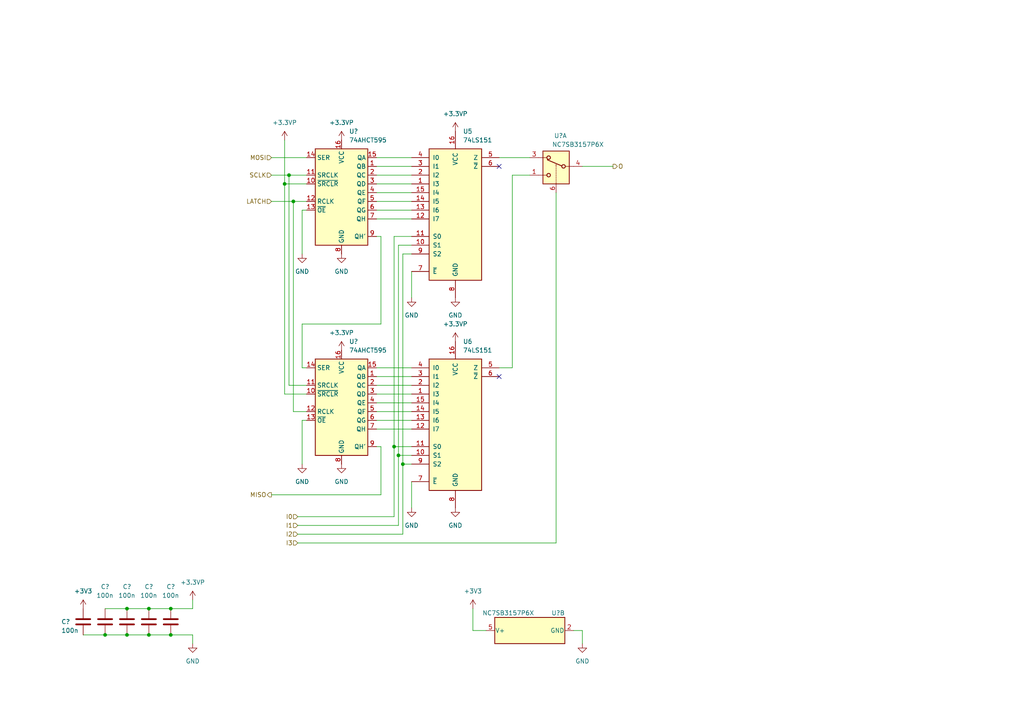
<source format=kicad_sch>
(kicad_sch (version 20230121) (generator eeschema)

  (uuid 5d8187fa-ef4f-4c50-b4cb-19622930cc35)

  (paper "A4")

  (lib_symbols
    (symbol "74xx:74AHCT595" (in_bom yes) (on_board yes)
      (property "Reference" "U" (at -7.62 13.97 0)
        (effects (font (size 1.27 1.27)))
      )
      (property "Value" "74AHCT595" (at -7.62 -16.51 0)
        (effects (font (size 1.27 1.27)))
      )
      (property "Footprint" "" (at 0 0 0)
        (effects (font (size 1.27 1.27)) hide)
      )
      (property "Datasheet" "https://assets.nexperia.com/documents/data-sheet/74AHC_AHCT595.pdf" (at 0 0 0)
        (effects (font (size 1.27 1.27)) hide)
      )
      (property "ki_keywords" "AHCTMOS SR 3State" (at 0 0 0)
        (effects (font (size 1.27 1.27)) hide)
      )
      (property "ki_description" "8-bit serial in/out Shift Register 3-State Outputs" (at 0 0 0)
        (effects (font (size 1.27 1.27)) hide)
      )
      (property "ki_fp_filters" "DIP*W7.62mm* SOIC*3.9x9.9mm*P1.27mm* TSSOP*4.4x5mm*P0.65mm* SOIC*5.3x10.2mm*P1.27mm* SOIC*7.5x10.3mm*P1.27mm*" (at 0 0 0)
        (effects (font (size 1.27 1.27)) hide)
      )
      (symbol "74AHCT595_1_0"
        (pin tri_state line (at 10.16 7.62 180) (length 2.54)
          (name "QB" (effects (font (size 1.27 1.27))))
          (number "1" (effects (font (size 1.27 1.27))))
        )
        (pin input line (at -10.16 2.54 0) (length 2.54)
          (name "~{SRCLR}" (effects (font (size 1.27 1.27))))
          (number "10" (effects (font (size 1.27 1.27))))
        )
        (pin input line (at -10.16 5.08 0) (length 2.54)
          (name "SRCLK" (effects (font (size 1.27 1.27))))
          (number "11" (effects (font (size 1.27 1.27))))
        )
        (pin input line (at -10.16 -2.54 0) (length 2.54)
          (name "RCLK" (effects (font (size 1.27 1.27))))
          (number "12" (effects (font (size 1.27 1.27))))
        )
        (pin input line (at -10.16 -5.08 0) (length 2.54)
          (name "~{OE}" (effects (font (size 1.27 1.27))))
          (number "13" (effects (font (size 1.27 1.27))))
        )
        (pin input line (at -10.16 10.16 0) (length 2.54)
          (name "SER" (effects (font (size 1.27 1.27))))
          (number "14" (effects (font (size 1.27 1.27))))
        )
        (pin tri_state line (at 10.16 10.16 180) (length 2.54)
          (name "QA" (effects (font (size 1.27 1.27))))
          (number "15" (effects (font (size 1.27 1.27))))
        )
        (pin power_in line (at 0 15.24 270) (length 2.54)
          (name "VCC" (effects (font (size 1.27 1.27))))
          (number "16" (effects (font (size 1.27 1.27))))
        )
        (pin tri_state line (at 10.16 5.08 180) (length 2.54)
          (name "QC" (effects (font (size 1.27 1.27))))
          (number "2" (effects (font (size 1.27 1.27))))
        )
        (pin tri_state line (at 10.16 2.54 180) (length 2.54)
          (name "QD" (effects (font (size 1.27 1.27))))
          (number "3" (effects (font (size 1.27 1.27))))
        )
        (pin tri_state line (at 10.16 0 180) (length 2.54)
          (name "QE" (effects (font (size 1.27 1.27))))
          (number "4" (effects (font (size 1.27 1.27))))
        )
        (pin tri_state line (at 10.16 -2.54 180) (length 2.54)
          (name "QF" (effects (font (size 1.27 1.27))))
          (number "5" (effects (font (size 1.27 1.27))))
        )
        (pin tri_state line (at 10.16 -5.08 180) (length 2.54)
          (name "QG" (effects (font (size 1.27 1.27))))
          (number "6" (effects (font (size 1.27 1.27))))
        )
        (pin tri_state line (at 10.16 -7.62 180) (length 2.54)
          (name "QH" (effects (font (size 1.27 1.27))))
          (number "7" (effects (font (size 1.27 1.27))))
        )
        (pin power_in line (at 0 -17.78 90) (length 2.54)
          (name "GND" (effects (font (size 1.27 1.27))))
          (number "8" (effects (font (size 1.27 1.27))))
        )
        (pin output line (at 10.16 -12.7 180) (length 2.54)
          (name "QH'" (effects (font (size 1.27 1.27))))
          (number "9" (effects (font (size 1.27 1.27))))
        )
      )
      (symbol "74AHCT595_1_1"
        (rectangle (start -7.62 12.7) (end 7.62 -15.24)
          (stroke (width 0.254) (type default))
          (fill (type background))
        )
      )
    )
    (symbol "74xx:74LS151" (pin_names (offset 1.016)) (in_bom yes) (on_board yes)
      (property "Reference" "U" (at -7.62 19.05 0)
        (effects (font (size 1.27 1.27)))
      )
      (property "Value" "74LS151" (at -7.62 -21.59 0)
        (effects (font (size 1.27 1.27)))
      )
      (property "Footprint" "" (at 0 0 0)
        (effects (font (size 1.27 1.27)) hide)
      )
      (property "Datasheet" "http://www.ti.com/lit/gpn/sn74LS151" (at 0 0 0)
        (effects (font (size 1.27 1.27)) hide)
      )
      (property "ki_locked" "" (at 0 0 0)
        (effects (font (size 1.27 1.27)))
      )
      (property "ki_keywords" "TTL MUX8" (at 0 0 0)
        (effects (font (size 1.27 1.27)) hide)
      )
      (property "ki_description" "Multiplexer 8 to 1" (at 0 0 0)
        (effects (font (size 1.27 1.27)) hide)
      )
      (property "ki_fp_filters" "DIP?16*" (at 0 0 0)
        (effects (font (size 1.27 1.27)) hide)
      )
      (symbol "74LS151_1_0"
        (pin input line (at -12.7 7.62 0) (length 5.08)
          (name "I3" (effects (font (size 1.27 1.27))))
          (number "1" (effects (font (size 1.27 1.27))))
        )
        (pin input line (at -12.7 -10.16 0) (length 5.08)
          (name "S1" (effects (font (size 1.27 1.27))))
          (number "10" (effects (font (size 1.27 1.27))))
        )
        (pin input line (at -12.7 -7.62 0) (length 5.08)
          (name "S0" (effects (font (size 1.27 1.27))))
          (number "11" (effects (font (size 1.27 1.27))))
        )
        (pin input line (at -12.7 -2.54 0) (length 5.08)
          (name "I7" (effects (font (size 1.27 1.27))))
          (number "12" (effects (font (size 1.27 1.27))))
        )
        (pin input line (at -12.7 0 0) (length 5.08)
          (name "I6" (effects (font (size 1.27 1.27))))
          (number "13" (effects (font (size 1.27 1.27))))
        )
        (pin input line (at -12.7 2.54 0) (length 5.08)
          (name "I5" (effects (font (size 1.27 1.27))))
          (number "14" (effects (font (size 1.27 1.27))))
        )
        (pin input line (at -12.7 5.08 0) (length 5.08)
          (name "I4" (effects (font (size 1.27 1.27))))
          (number "15" (effects (font (size 1.27 1.27))))
        )
        (pin power_in line (at 0 22.86 270) (length 5.08)
          (name "VCC" (effects (font (size 1.27 1.27))))
          (number "16" (effects (font (size 1.27 1.27))))
        )
        (pin input line (at -12.7 10.16 0) (length 5.08)
          (name "I2" (effects (font (size 1.27 1.27))))
          (number "2" (effects (font (size 1.27 1.27))))
        )
        (pin input line (at -12.7 12.7 0) (length 5.08)
          (name "I1" (effects (font (size 1.27 1.27))))
          (number "3" (effects (font (size 1.27 1.27))))
        )
        (pin input line (at -12.7 15.24 0) (length 5.08)
          (name "I0" (effects (font (size 1.27 1.27))))
          (number "4" (effects (font (size 1.27 1.27))))
        )
        (pin output line (at 12.7 15.24 180) (length 5.08)
          (name "Z" (effects (font (size 1.27 1.27))))
          (number "5" (effects (font (size 1.27 1.27))))
        )
        (pin output line (at 12.7 12.7 180) (length 5.08)
          (name "~{Z}" (effects (font (size 1.27 1.27))))
          (number "6" (effects (font (size 1.27 1.27))))
        )
        (pin input line (at -12.7 -17.78 0) (length 5.08)
          (name "~{E}" (effects (font (size 1.27 1.27))))
          (number "7" (effects (font (size 1.27 1.27))))
        )
        (pin power_in line (at 0 -25.4 90) (length 5.08)
          (name "GND" (effects (font (size 1.27 1.27))))
          (number "8" (effects (font (size 1.27 1.27))))
        )
        (pin input line (at -12.7 -12.7 0) (length 5.08)
          (name "S2" (effects (font (size 1.27 1.27))))
          (number "9" (effects (font (size 1.27 1.27))))
        )
      )
      (symbol "74LS151_1_1"
        (rectangle (start -7.62 17.78) (end 7.62 -20.32)
          (stroke (width 0.254) (type default))
          (fill (type background))
        )
      )
    )
    (symbol "Analog_Switch:NC7SB3157P6X" (pin_names (offset 0.127)) (in_bom yes) (on_board yes)
      (property "Reference" "U" (at -3.175 4.699 0)
        (effects (font (size 1.27 1.27)) (justify left))
      )
      (property "Value" "NC7SB3157P6X" (at -3.175 2.921 0)
        (effects (font (size 1.27 1.27)) (justify left))
      )
      (property "Footprint" "Package_TO_SOT_SMD:SOT-363_SC-70-6" (at 0 -7.62 0)
        (effects (font (size 1.27 1.27)) hide)
      )
      (property "Datasheet" "https://www.onsemi.com/pub/Collateral/NC7SB3157-D.PDF" (at 0 0 0)
        (effects (font (size 1.27 1.27)) hide)
      )
      (property "ki_keywords" "CMOS Analog Switch" (at 0 0 0)
        (effects (font (size 1.27 1.27)) hide)
      )
      (property "ki_description" "Single SPDT Low-Voltage Analog Switch or 2:1 Multiplexer/De-Multiplexer Bus Switch, 10Ohm Ron, SC-70-6" (at 0 0 0)
        (effects (font (size 1.27 1.27)) hide)
      )
      (property "ki_fp_filters" "*SC?70*" (at 0 0 0)
        (effects (font (size 1.27 1.27)) hide)
      )
      (symbol "NC7SB3157P6X_1_1"
        (rectangle (start -3.81 1.905) (end 3.81 -7.62)
          (stroke (width 0.254) (type default))
          (fill (type background))
        )
        (circle (center -2.159 -2.54) (radius 0.508)
          (stroke (width 0.254) (type default))
          (fill (type none))
        )
        (polyline
          (pts
            (xy -5.08 -2.54)
            (xy -2.794 -2.54)
          )
          (stroke (width 0) (type default))
          (fill (type none))
        )
        (polyline
          (pts
            (xy -1.651 -2.413)
            (xy 2.54 -0.635)
          )
          (stroke (width 0.254) (type default))
          (fill (type none))
        )
        (polyline
          (pts
            (xy 0 -7.62)
            (xy 0 -7.112)
          )
          (stroke (width 0) (type default))
          (fill (type none))
        )
        (polyline
          (pts
            (xy 0 -6.858)
            (xy 0 -6.604)
          )
          (stroke (width 0) (type default))
          (fill (type none))
        )
        (polyline
          (pts
            (xy 0 -6.35)
            (xy 0 -6.096)
          )
          (stroke (width 0) (type default))
          (fill (type none))
        )
        (polyline
          (pts
            (xy 0 -5.842)
            (xy 0 -5.588)
          )
          (stroke (width 0) (type default))
          (fill (type none))
        )
        (polyline
          (pts
            (xy 0 -5.334)
            (xy 0 -5.08)
          )
          (stroke (width 0) (type default))
          (fill (type none))
        )
        (polyline
          (pts
            (xy 0 -4.826)
            (xy 0 -4.572)
          )
          (stroke (width 0) (type default))
          (fill (type none))
        )
        (polyline
          (pts
            (xy 0 -4.318)
            (xy 0 -4.064)
          )
          (stroke (width 0) (type default))
          (fill (type none))
        )
        (polyline
          (pts
            (xy 0 -3.81)
            (xy 0 -3.556)
          )
          (stroke (width 0) (type default))
          (fill (type none))
        )
        (polyline
          (pts
            (xy 0 -3.302)
            (xy 0 -3.048)
          )
          (stroke (width 0) (type default))
          (fill (type none))
        )
        (polyline
          (pts
            (xy 0 -2.794)
            (xy 0 -2.54)
          )
          (stroke (width 0) (type default))
          (fill (type none))
        )
        (polyline
          (pts
            (xy 0 -2.286)
            (xy 0 -2.032)
          )
          (stroke (width 0) (type default))
          (fill (type none))
        )
        (polyline
          (pts
            (xy 0 -2.286)
            (xy 0 -2.032)
          )
          (stroke (width 0) (type default))
          (fill (type none))
        )
        (polyline
          (pts
            (xy 5.08 -5.08)
            (xy 2.794 -5.08)
          )
          (stroke (width 0) (type default))
          (fill (type none))
        )
        (polyline
          (pts
            (xy 5.08 0)
            (xy 2.794 0)
          )
          (stroke (width 0) (type default))
          (fill (type none))
        )
        (circle (center 2.159 -5.08) (radius 0.508)
          (stroke (width 0.254) (type default))
          (fill (type none))
        )
        (circle (center 2.159 0) (radius 0.508)
          (stroke (width 0.254) (type default))
          (fill (type none))
        )
        (pin passive line (at 7.62 -5.08 180) (length 2.54)
          (name "~" (effects (font (size 1.27 1.27))))
          (number "1" (effects (font (size 1.27 1.27))))
        )
        (pin passive line (at 7.62 0 180) (length 2.54)
          (name "~" (effects (font (size 1.27 1.27))))
          (number "3" (effects (font (size 1.27 1.27))))
        )
        (pin passive line (at -7.62 -2.54 0) (length 2.54)
          (name "~" (effects (font (size 1.27 1.27))))
          (number "4" (effects (font (size 1.27 1.27))))
        )
        (pin input line (at 0 -10.16 90) (length 2.54)
          (name "~" (effects (font (size 1.27 1.27))))
          (number "6" (effects (font (size 1.27 1.27))))
        )
      )
      (symbol "NC7SB3157P6X_2_0"
        (pin power_in line (at 0 -12.7 90) (length 2.54)
          (name "GND" (effects (font (size 1.27 1.27))))
          (number "2" (effects (font (size 1.27 1.27))))
        )
        (pin power_in line (at 0 12.7 270) (length 2.54)
          (name "V+" (effects (font (size 1.27 1.27))))
          (number "5" (effects (font (size 1.27 1.27))))
        )
      )
      (symbol "NC7SB3157P6X_2_1"
        (rectangle (start -3.81 10.16) (end 3.81 -10.16)
          (stroke (width 0.254) (type default))
          (fill (type background))
        )
      )
    )
    (symbol "Device:C" (pin_numbers hide) (pin_names (offset 0.254)) (in_bom yes) (on_board yes)
      (property "Reference" "C" (at 0.635 2.54 0)
        (effects (font (size 1.27 1.27)) (justify left))
      )
      (property "Value" "C" (at 0.635 -2.54 0)
        (effects (font (size 1.27 1.27)) (justify left))
      )
      (property "Footprint" "" (at 0.9652 -3.81 0)
        (effects (font (size 1.27 1.27)) hide)
      )
      (property "Datasheet" "~" (at 0 0 0)
        (effects (font (size 1.27 1.27)) hide)
      )
      (property "ki_keywords" "cap capacitor" (at 0 0 0)
        (effects (font (size 1.27 1.27)) hide)
      )
      (property "ki_description" "Unpolarized capacitor" (at 0 0 0)
        (effects (font (size 1.27 1.27)) hide)
      )
      (property "ki_fp_filters" "C_*" (at 0 0 0)
        (effects (font (size 1.27 1.27)) hide)
      )
      (symbol "C_0_1"
        (polyline
          (pts
            (xy -2.032 -0.762)
            (xy 2.032 -0.762)
          )
          (stroke (width 0.508) (type default))
          (fill (type none))
        )
        (polyline
          (pts
            (xy -2.032 0.762)
            (xy 2.032 0.762)
          )
          (stroke (width 0.508) (type default))
          (fill (type none))
        )
      )
      (symbol "C_1_1"
        (pin passive line (at 0 3.81 270) (length 2.794)
          (name "~" (effects (font (size 1.27 1.27))))
          (number "1" (effects (font (size 1.27 1.27))))
        )
        (pin passive line (at 0 -3.81 90) (length 2.794)
          (name "~" (effects (font (size 1.27 1.27))))
          (number "2" (effects (font (size 1.27 1.27))))
        )
      )
    )
    (symbol "power:+3.3VP" (power) (pin_names (offset 0)) (in_bom yes) (on_board yes)
      (property "Reference" "#PWR" (at 3.81 -1.27 0)
        (effects (font (size 1.27 1.27)) hide)
      )
      (property "Value" "+3.3VP" (at 0 2.54 0)
        (effects (font (size 1.27 1.27)))
      )
      (property "Footprint" "" (at 0 0 0)
        (effects (font (size 1.27 1.27)) hide)
      )
      (property "Datasheet" "" (at 0 0 0)
        (effects (font (size 1.27 1.27)) hide)
      )
      (property "ki_keywords" "global power" (at 0 0 0)
        (effects (font (size 1.27 1.27)) hide)
      )
      (property "ki_description" "Power symbol creates a global label with name \"+3.3VP\"" (at 0 0 0)
        (effects (font (size 1.27 1.27)) hide)
      )
      (symbol "+3.3VP_0_0"
        (pin power_in line (at 0 0 90) (length 0) hide
          (name "+3.3VP" (effects (font (size 1.27 1.27))))
          (number "1" (effects (font (size 1.27 1.27))))
        )
      )
      (symbol "+3.3VP_0_1"
        (polyline
          (pts
            (xy -0.762 1.27)
            (xy 0 2.54)
          )
          (stroke (width 0) (type default))
          (fill (type none))
        )
        (polyline
          (pts
            (xy 0 0)
            (xy 0 2.54)
          )
          (stroke (width 0) (type default))
          (fill (type none))
        )
        (polyline
          (pts
            (xy 0 2.54)
            (xy 0.762 1.27)
          )
          (stroke (width 0) (type default))
          (fill (type none))
        )
      )
    )
    (symbol "power:+3V3" (power) (pin_names (offset 0)) (in_bom yes) (on_board yes)
      (property "Reference" "#PWR" (at 0 -3.81 0)
        (effects (font (size 1.27 1.27)) hide)
      )
      (property "Value" "+3V3" (at 0 3.556 0)
        (effects (font (size 1.27 1.27)))
      )
      (property "Footprint" "" (at 0 0 0)
        (effects (font (size 1.27 1.27)) hide)
      )
      (property "Datasheet" "" (at 0 0 0)
        (effects (font (size 1.27 1.27)) hide)
      )
      (property "ki_keywords" "global power" (at 0 0 0)
        (effects (font (size 1.27 1.27)) hide)
      )
      (property "ki_description" "Power symbol creates a global label with name \"+3V3\"" (at 0 0 0)
        (effects (font (size 1.27 1.27)) hide)
      )
      (symbol "+3V3_0_1"
        (polyline
          (pts
            (xy -0.762 1.27)
            (xy 0 2.54)
          )
          (stroke (width 0) (type default))
          (fill (type none))
        )
        (polyline
          (pts
            (xy 0 0)
            (xy 0 2.54)
          )
          (stroke (width 0) (type default))
          (fill (type none))
        )
        (polyline
          (pts
            (xy 0 2.54)
            (xy 0.762 1.27)
          )
          (stroke (width 0) (type default))
          (fill (type none))
        )
      )
      (symbol "+3V3_1_1"
        (pin power_in line (at 0 0 90) (length 0) hide
          (name "+3V3" (effects (font (size 1.27 1.27))))
          (number "1" (effects (font (size 1.27 1.27))))
        )
      )
    )
    (symbol "power:GND" (power) (pin_names (offset 0)) (in_bom yes) (on_board yes)
      (property "Reference" "#PWR" (at 0 -6.35 0)
        (effects (font (size 1.27 1.27)) hide)
      )
      (property "Value" "GND" (at 0 -3.81 0)
        (effects (font (size 1.27 1.27)))
      )
      (property "Footprint" "" (at 0 0 0)
        (effects (font (size 1.27 1.27)) hide)
      )
      (property "Datasheet" "" (at 0 0 0)
        (effects (font (size 1.27 1.27)) hide)
      )
      (property "ki_keywords" "global power" (at 0 0 0)
        (effects (font (size 1.27 1.27)) hide)
      )
      (property "ki_description" "Power symbol creates a global label with name \"GND\" , ground" (at 0 0 0)
        (effects (font (size 1.27 1.27)) hide)
      )
      (symbol "GND_0_1"
        (polyline
          (pts
            (xy 0 0)
            (xy 0 -1.27)
            (xy 1.27 -1.27)
            (xy 0 -2.54)
            (xy -1.27 -1.27)
            (xy 0 -1.27)
          )
          (stroke (width 0) (type default))
          (fill (type none))
        )
      )
      (symbol "GND_1_1"
        (pin power_in line (at 0 0 270) (length 0) hide
          (name "GND" (effects (font (size 1.27 1.27))))
          (number "1" (effects (font (size 1.27 1.27))))
        )
      )
    )
  )

  (junction (at 49.53 184.15) (diameter 0) (color 0 0 0 0)
    (uuid 1b89d62b-68f6-4a02-973f-02ca9cd64e01)
  )
  (junction (at 83.82 50.8) (diameter 0) (color 0 0 0 0)
    (uuid 2483a3bf-f1e5-4547-8512-68ae6609a44c)
  )
  (junction (at 85.09 58.42) (diameter 0) (color 0 0 0 0)
    (uuid 512ab4fd-68e4-440d-8032-1569b25b83df)
  )
  (junction (at 49.53 176.53) (diameter 0) (color 0 0 0 0)
    (uuid 580c5d6f-0c4f-4444-b958-c005a225a77a)
  )
  (junction (at 36.83 184.15) (diameter 0) (color 0 0 0 0)
    (uuid 7114d464-a257-4869-980d-09193bd93e62)
  )
  (junction (at 30.48 184.15) (diameter 0) (color 0 0 0 0)
    (uuid 73bf26fc-b147-43bf-82e3-c8b226d2e87b)
  )
  (junction (at 114.3 129.54) (diameter 0) (color 0 0 0 0)
    (uuid 90d80ce6-6cb6-47bc-9c8c-cf5b2f9314d0)
  )
  (junction (at 116.84 134.62) (diameter 0) (color 0 0 0 0)
    (uuid a7aaea27-75d0-43f4-a31c-c12b41f0eeb2)
  )
  (junction (at 82.55 53.34) (diameter 0) (color 0 0 0 0)
    (uuid c2178f80-92f0-4ad8-aaab-158cce40a6f1)
  )
  (junction (at 43.18 184.15) (diameter 0) (color 0 0 0 0)
    (uuid c41da863-c6dc-4768-93d8-ab321a3fcc6a)
  )
  (junction (at 43.18 176.53) (diameter 0) (color 0 0 0 0)
    (uuid e5c4c8dc-180b-4687-810d-85e6ec1a5ae2)
  )
  (junction (at 115.57 132.08) (diameter 0) (color 0 0 0 0)
    (uuid fc225547-7465-4587-aa42-babf211aeefc)
  )
  (junction (at 36.83 176.53) (diameter 0) (color 0 0 0 0)
    (uuid fcaee729-8aa1-4536-8267-da9ccc2c16ca)
  )

  (no_connect (at 144.78 48.26) (uuid 4c59fc69-9bbc-4a8c-8445-302b4dc43315))
  (no_connect (at 144.78 109.22) (uuid 8d5cb19a-7fd6-49c0-bc73-ac03f1aeb33d))

  (wire (pts (xy 109.22 109.22) (xy 119.38 109.22))
    (stroke (width 0) (type default))
    (uuid 01fc77bb-a7be-4444-9e5a-abac7432fb6a)
  )
  (wire (pts (xy 109.22 48.26) (xy 119.38 48.26))
    (stroke (width 0) (type default))
    (uuid 0d57cef7-0d1d-4526-a4c6-c1342f5ca732)
  )
  (wire (pts (xy 85.09 119.38) (xy 85.09 58.42))
    (stroke (width 0) (type default))
    (uuid 0ee539f7-3b85-4906-be66-eccea2b7a0af)
  )
  (wire (pts (xy 109.22 121.92) (xy 119.38 121.92))
    (stroke (width 0) (type default))
    (uuid 0fad196d-3b60-4618-8100-69ddc5a644c0)
  )
  (wire (pts (xy 110.49 68.58) (xy 110.49 93.98))
    (stroke (width 0) (type default))
    (uuid 14392395-3afd-4a4a-9e4d-74b33c1ac9a8)
  )
  (wire (pts (xy 49.53 176.53) (xy 55.88 176.53))
    (stroke (width 0) (type default))
    (uuid 164f4a2e-6fd0-4e68-9d1e-eb5996d88c6a)
  )
  (wire (pts (xy 109.22 68.58) (xy 110.49 68.58))
    (stroke (width 0) (type default))
    (uuid 16d8d7a3-9b85-416d-ac7f-c549d3358d1d)
  )
  (wire (pts (xy 36.83 184.15) (xy 43.18 184.15))
    (stroke (width 0) (type default))
    (uuid 1974a87c-dcb2-4a6c-a773-63a1b4fd718a)
  )
  (wire (pts (xy 168.91 48.26) (xy 177.8 48.26))
    (stroke (width 0) (type default))
    (uuid 1a9a60ec-92fa-46bf-80c5-a696860a9251)
  )
  (wire (pts (xy 116.84 154.94) (xy 86.36 154.94))
    (stroke (width 0) (type default))
    (uuid 1ae9da2b-0ab0-4a90-8080-d47190862725)
  )
  (wire (pts (xy 109.22 124.46) (xy 119.38 124.46))
    (stroke (width 0) (type default))
    (uuid 1aea5853-de6a-47c0-8150-aff15ac7502e)
  )
  (wire (pts (xy 115.57 152.4) (xy 115.57 132.08))
    (stroke (width 0) (type default))
    (uuid 1fef9716-916b-42c4-8e8a-60573cd57668)
  )
  (wire (pts (xy 109.22 55.88) (xy 119.38 55.88))
    (stroke (width 0) (type default))
    (uuid 22954c3f-fe2b-4f0e-9b2c-7c6afb5364e4)
  )
  (wire (pts (xy 109.22 114.3) (xy 119.38 114.3))
    (stroke (width 0) (type default))
    (uuid 257fccb8-92bf-46ae-b852-481cc6bdce06)
  )
  (wire (pts (xy 110.49 93.98) (xy 87.63 93.98))
    (stroke (width 0) (type default))
    (uuid 2e989f8f-8891-4e36-a5da-f883c333d1ad)
  )
  (wire (pts (xy 82.55 114.3) (xy 88.9 114.3))
    (stroke (width 0) (type default))
    (uuid 30fda25d-2242-441a-a0f7-97c4166ddf2a)
  )
  (wire (pts (xy 109.22 45.72) (xy 119.38 45.72))
    (stroke (width 0) (type default))
    (uuid 330ca9e9-415a-4d4e-88fd-9ad65223f921)
  )
  (wire (pts (xy 78.74 45.72) (xy 88.9 45.72))
    (stroke (width 0) (type default))
    (uuid 33d5ce19-f584-49d4-bda8-f31582360474)
  )
  (wire (pts (xy 144.78 45.72) (xy 153.67 45.72))
    (stroke (width 0) (type default))
    (uuid 33ed96f7-8509-4cb8-8be1-192ed9f73289)
  )
  (wire (pts (xy 87.63 121.92) (xy 87.63 134.62))
    (stroke (width 0) (type default))
    (uuid 3b289a4f-3dcf-4960-9cd4-7eabd6e310c7)
  )
  (wire (pts (xy 137.16 176.53) (xy 137.16 182.88))
    (stroke (width 0) (type default))
    (uuid 3b6b5178-b3fb-4035-bfba-9550358ccc30)
  )
  (wire (pts (xy 87.63 60.96) (xy 87.63 73.66))
    (stroke (width 0) (type default))
    (uuid 406e5615-ab39-4595-95ca-e55085ab4c3e)
  )
  (wire (pts (xy 55.88 173.99) (xy 55.88 176.53))
    (stroke (width 0) (type default))
    (uuid 452b01f1-0c7d-46c7-adb9-5e87ebca9484)
  )
  (wire (pts (xy 83.82 111.76) (xy 83.82 50.8))
    (stroke (width 0) (type default))
    (uuid 47a77530-31cd-465e-84f8-699f5525913d)
  )
  (wire (pts (xy 109.22 58.42) (xy 119.38 58.42))
    (stroke (width 0) (type default))
    (uuid 4aa41979-d4bb-4dc2-bb90-cb82e85e4fe5)
  )
  (wire (pts (xy 115.57 132.08) (xy 119.38 132.08))
    (stroke (width 0) (type default))
    (uuid 4dc72c95-740e-45ad-a16d-ecf403bd9e32)
  )
  (wire (pts (xy 109.22 50.8) (xy 119.38 50.8))
    (stroke (width 0) (type default))
    (uuid 50b4b178-9534-49e2-94f2-0d562d7c471d)
  )
  (wire (pts (xy 109.22 60.96) (xy 119.38 60.96))
    (stroke (width 0) (type default))
    (uuid 54a27ebc-cd98-4ef0-9399-c88cd903963e)
  )
  (wire (pts (xy 119.38 86.36) (xy 119.38 78.74))
    (stroke (width 0) (type default))
    (uuid 5af6a3e4-1066-4606-9738-bd66c30e3e2e)
  )
  (wire (pts (xy 119.38 73.66) (xy 116.84 73.66))
    (stroke (width 0) (type default))
    (uuid 61d97c55-d517-4876-ad7e-5330d9c75a03)
  )
  (wire (pts (xy 114.3 149.86) (xy 114.3 129.54))
    (stroke (width 0) (type default))
    (uuid 622a9529-87f3-4b02-aad8-52b951e77ba1)
  )
  (wire (pts (xy 168.91 186.69) (xy 168.91 182.88))
    (stroke (width 0) (type default))
    (uuid 630df4d6-f663-435c-81c8-83db17582dd3)
  )
  (wire (pts (xy 116.84 134.62) (xy 116.84 154.94))
    (stroke (width 0) (type default))
    (uuid 638d4c3d-0913-4cd6-93c5-6bdef2c021d4)
  )
  (wire (pts (xy 82.55 40.64) (xy 82.55 53.34))
    (stroke (width 0) (type default))
    (uuid 6b8d4bf9-74ea-4e1c-b4df-732d87dcbc24)
  )
  (wire (pts (xy 30.48 184.15) (xy 36.83 184.15))
    (stroke (width 0) (type default))
    (uuid 6dd1e23c-8d45-4ca0-a137-550efc8ec6cb)
  )
  (wire (pts (xy 49.53 184.15) (xy 55.88 184.15))
    (stroke (width 0) (type default))
    (uuid 703c98ff-1006-468f-8381-dbef60087495)
  )
  (wire (pts (xy 87.63 121.92) (xy 88.9 121.92))
    (stroke (width 0) (type default))
    (uuid 71dbd691-793f-4cbc-bd54-52f4f2d2fd58)
  )
  (wire (pts (xy 30.48 176.53) (xy 36.83 176.53))
    (stroke (width 0) (type default))
    (uuid 722d2ce0-cab6-47ec-852d-633618adb536)
  )
  (wire (pts (xy 43.18 176.53) (xy 49.53 176.53))
    (stroke (width 0) (type default))
    (uuid 73cdac5a-d902-4983-81eb-598d936fd896)
  )
  (wire (pts (xy 114.3 68.58) (xy 114.3 129.54))
    (stroke (width 0) (type default))
    (uuid 78075c5a-61d0-416f-b384-ea58820c30c4)
  )
  (wire (pts (xy 83.82 50.8) (xy 88.9 50.8))
    (stroke (width 0) (type default))
    (uuid 78f87122-de11-4e20-b5ed-6c85a255e201)
  )
  (wire (pts (xy 78.74 143.51) (xy 110.49 143.51))
    (stroke (width 0) (type default))
    (uuid 7bc8b2f6-852c-4dca-9a06-fc73def1a247)
  )
  (wire (pts (xy 88.9 111.76) (xy 83.82 111.76))
    (stroke (width 0) (type default))
    (uuid 89030e4d-e508-4e3b-8396-6a387084c253)
  )
  (wire (pts (xy 88.9 119.38) (xy 85.09 119.38))
    (stroke (width 0) (type default))
    (uuid 8c3961a3-379d-410e-8874-4111f14b59f4)
  )
  (wire (pts (xy 78.74 58.42) (xy 85.09 58.42))
    (stroke (width 0) (type default))
    (uuid 8e0f5b4c-bbab-4ff9-aba9-101f314170b9)
  )
  (wire (pts (xy 36.83 176.53) (xy 43.18 176.53))
    (stroke (width 0) (type default))
    (uuid 91003765-6265-40c8-8007-8792fb274a66)
  )
  (wire (pts (xy 109.22 119.38) (xy 119.38 119.38))
    (stroke (width 0) (type default))
    (uuid 927e3313-9f8a-4335-b615-49b117adcae9)
  )
  (wire (pts (xy 87.63 60.96) (xy 88.9 60.96))
    (stroke (width 0) (type default))
    (uuid 94d6dd34-d448-46c4-b0a1-f9398d49016a)
  )
  (wire (pts (xy 119.38 68.58) (xy 114.3 68.58))
    (stroke (width 0) (type default))
    (uuid 9b27f39c-cd91-4c39-b515-258a5355b7a3)
  )
  (wire (pts (xy 109.22 53.34) (xy 119.38 53.34))
    (stroke (width 0) (type default))
    (uuid 9b2f1a81-80db-4460-a687-744250c74056)
  )
  (wire (pts (xy 116.84 134.62) (xy 119.38 134.62))
    (stroke (width 0) (type default))
    (uuid 9e04b600-52d2-4017-a525-ed275d7ebc71)
  )
  (wire (pts (xy 109.22 106.68) (xy 119.38 106.68))
    (stroke (width 0) (type default))
    (uuid a423b874-5f00-49d4-b52b-27aa633d466c)
  )
  (wire (pts (xy 43.18 184.15) (xy 49.53 184.15))
    (stroke (width 0) (type default))
    (uuid a7f516f8-2093-4d4f-836d-df1fa97a97d6)
  )
  (wire (pts (xy 116.84 73.66) (xy 116.84 134.62))
    (stroke (width 0) (type default))
    (uuid a8b9b649-2f26-4ff8-a97e-4f20f9bb8302)
  )
  (wire (pts (xy 82.55 53.34) (xy 88.9 53.34))
    (stroke (width 0) (type default))
    (uuid a99b3f6c-aa23-479f-8f35-5a94adb1df6b)
  )
  (wire (pts (xy 114.3 129.54) (xy 119.38 129.54))
    (stroke (width 0) (type default))
    (uuid aaa4f1e1-84fc-4fbc-991f-c9647c28755b)
  )
  (wire (pts (xy 78.74 50.8) (xy 83.82 50.8))
    (stroke (width 0) (type default))
    (uuid ad6877af-19ec-441d-9fd5-401f479c05cc)
  )
  (wire (pts (xy 109.22 116.84) (xy 119.38 116.84))
    (stroke (width 0) (type default))
    (uuid af678011-0bdf-4133-9229-305b91069416)
  )
  (wire (pts (xy 109.22 111.76) (xy 119.38 111.76))
    (stroke (width 0) (type default))
    (uuid b3b90b63-6d42-4845-8db5-dcaef274a229)
  )
  (wire (pts (xy 82.55 53.34) (xy 82.55 114.3))
    (stroke (width 0) (type default))
    (uuid b858dc0d-3180-4bf0-a060-37c995c41f77)
  )
  (wire (pts (xy 115.57 71.12) (xy 115.57 132.08))
    (stroke (width 0) (type default))
    (uuid ba85f49c-9dca-470e-ae1b-9c6f545b0ab6)
  )
  (wire (pts (xy 109.22 63.5) (xy 119.38 63.5))
    (stroke (width 0) (type default))
    (uuid bb25bc2c-c7b6-4b7f-8715-de6a468b62e8)
  )
  (wire (pts (xy 85.09 58.42) (xy 88.9 58.42))
    (stroke (width 0) (type default))
    (uuid bdf9e7bf-4800-4c47-88ef-eb3ae26193f6)
  )
  (wire (pts (xy 148.59 106.68) (xy 148.59 50.8))
    (stroke (width 0) (type default))
    (uuid c787e180-2d39-4148-b49b-b9fd864d58a6)
  )
  (wire (pts (xy 137.16 182.88) (xy 140.97 182.88))
    (stroke (width 0) (type default))
    (uuid cea1effb-1670-4d3a-93af-67276381b506)
  )
  (wire (pts (xy 24.13 184.15) (xy 30.48 184.15))
    (stroke (width 0) (type default))
    (uuid cecb5f0b-b79e-456c-aeb2-a4258ecb4a07)
  )
  (wire (pts (xy 87.63 93.98) (xy 87.63 106.68))
    (stroke (width 0) (type default))
    (uuid d0942f02-ceef-4d81-b5e6-2f940ae483b7)
  )
  (wire (pts (xy 144.78 106.68) (xy 148.59 106.68))
    (stroke (width 0) (type default))
    (uuid e07927ae-f81b-4be9-9beb-424f3f72c8e4)
  )
  (wire (pts (xy 109.22 129.54) (xy 110.49 129.54))
    (stroke (width 0) (type default))
    (uuid e0c5c814-970f-4b6e-89ed-484552435814)
  )
  (wire (pts (xy 168.91 182.88) (xy 166.37 182.88))
    (stroke (width 0) (type default))
    (uuid e21b4aea-5406-447f-82eb-80460726def2)
  )
  (wire (pts (xy 87.63 106.68) (xy 88.9 106.68))
    (stroke (width 0) (type default))
    (uuid e3a54a62-d651-4e03-a07d-bf9d6afd24b2)
  )
  (wire (pts (xy 119.38 147.32) (xy 119.38 139.7))
    (stroke (width 0) (type default))
    (uuid e43fb59b-8d76-4fb4-b72a-af039fd1bbde)
  )
  (wire (pts (xy 148.59 50.8) (xy 153.67 50.8))
    (stroke (width 0) (type default))
    (uuid e8456442-5214-4006-a4e6-b1ae7797d92d)
  )
  (wire (pts (xy 86.36 149.86) (xy 114.3 149.86))
    (stroke (width 0) (type default))
    (uuid f06b36c2-79bc-4b84-8292-c11e0005962d)
  )
  (wire (pts (xy 161.29 55.88) (xy 161.29 157.48))
    (stroke (width 0) (type default))
    (uuid f0924103-a56f-4058-b96b-93a7ae7e7f12)
  )
  (wire (pts (xy 119.38 71.12) (xy 115.57 71.12))
    (stroke (width 0) (type default))
    (uuid f49ad35c-b85c-4a2c-9516-0a136f38eeb3)
  )
  (wire (pts (xy 86.36 152.4) (xy 115.57 152.4))
    (stroke (width 0) (type default))
    (uuid f4b4b871-352e-4a31-8825-1014a96b60d9)
  )
  (wire (pts (xy 86.36 157.48) (xy 161.29 157.48))
    (stroke (width 0) (type default))
    (uuid fbdf3182-f1c0-474b-bd5b-544cf2368c2f)
  )
  (wire (pts (xy 55.88 184.15) (xy 55.88 186.69))
    (stroke (width 0) (type default))
    (uuid fde3e9fa-04e6-455d-913d-84d2e3e841c1)
  )
  (wire (pts (xy 110.49 129.54) (xy 110.49 143.51))
    (stroke (width 0) (type default))
    (uuid ff0804e5-1ab0-4a24-9c40-17b41a3319c9)
  )

  (hierarchical_label "MOSI" (shape input) (at 78.74 45.72 180) (fields_autoplaced)
    (effects (font (size 1.27 1.27)) (justify right))
    (uuid 341959b8-422e-468c-9604-ebfb6b813ea0)
  )
  (hierarchical_label "SCLK" (shape input) (at 78.74 50.8 180) (fields_autoplaced)
    (effects (font (size 1.27 1.27)) (justify right))
    (uuid 39bd8c9d-fbb6-48e1-965b-5b60eeaea641)
  )
  (hierarchical_label "I1" (shape input) (at 86.36 152.4 180) (fields_autoplaced)
    (effects (font (size 1.27 1.27)) (justify right))
    (uuid 5d771b56-0bf6-44b3-af7f-4c777b98c54e)
  )
  (hierarchical_label "LATCH" (shape input) (at 78.74 58.42 180) (fields_autoplaced)
    (effects (font (size 1.27 1.27)) (justify right))
    (uuid 732d820a-4eda-479c-a18b-5e4a8189fe2a)
  )
  (hierarchical_label "I3" (shape input) (at 86.36 157.48 180) (fields_autoplaced)
    (effects (font (size 1.27 1.27)) (justify right))
    (uuid 7dd0fbe3-07b8-4434-97ba-33289d3d37d7)
  )
  (hierarchical_label "I2" (shape input) (at 86.36 154.94 180) (fields_autoplaced)
    (effects (font (size 1.27 1.27)) (justify right))
    (uuid 96c24f22-e0af-4b8e-ad55-bf6a2994984f)
  )
  (hierarchical_label "I0" (shape input) (at 86.36 149.86 180) (fields_autoplaced)
    (effects (font (size 1.27 1.27)) (justify right))
    (uuid 998de0e3-8d0f-445e-9049-d7f9b9532b30)
  )
  (hierarchical_label "O" (shape output) (at 177.8 48.26 0) (fields_autoplaced)
    (effects (font (size 1.27 1.27)) (justify left))
    (uuid cec31f87-a716-4112-8444-f85e2cebef51)
  )
  (hierarchical_label "MISO" (shape output) (at 78.74 143.51 180) (fields_autoplaced)
    (effects (font (size 1.27 1.27)) (justify right))
    (uuid f45164d3-4343-4ad8-b103-3a6814ffd2be)
  )

  (symbol (lib_id "Device:C") (at 49.53 180.34 0) (unit 1)
    (in_bom yes) (on_board yes) (dnp no)
    (uuid 07c18d9a-9b58-4e85-8d28-90288a3c3c96)
    (property "Reference" "C?" (at 48.26 170.18 0)
      (effects (font (size 1.27 1.27)) (justify left))
    )
    (property "Value" "100n" (at 46.99 172.72 0)
      (effects (font (size 1.27 1.27)) (justify left))
    )
    (property "Footprint" "Capacitor_SMD:C_0603_1608Metric" (at 50.4952 184.15 0)
      (effects (font (size 1.27 1.27)) hide)
    )
    (property "Datasheet" "~" (at 49.53 180.34 0)
      (effects (font (size 1.27 1.27)) hide)
    )
    (property "JLCPCB Part #" "C14663" (at 49.53 180.34 0)
      (effects (font (size 1.27 1.27)) hide)
    )
    (property "Part Nr." "CC0603KRX7R9BB104" (at 49.53 180.34 0)
      (effects (font (size 1.27 1.27)) hide)
    )
    (property "Dielectric" "X7R" (at 49.53 180.34 0)
      (effects (font (size 1.27 1.27)) hide)
    )
    (property "Voltage" "50" (at 49.53 180.34 0)
      (effects (font (size 1.27 1.27)) hide)
    )
    (property "JLCPCB Alt #" "" (at 49.53 180.34 0)
      (effects (font (size 1.27 1.27)) hide)
    )
    (property "package" "" (at 49.53 180.34 0)
      (effects (font (size 1.27 1.27)) hide)
    )
    (pin "1" (uuid 4663886e-498f-4623-8f86-57d0848bd10d))
    (pin "2" (uuid 1f1e8d2b-1074-4493-aa8e-61e538c39735))
    (instances
      (project "myFPGA-CLB-slice"
        (path "/2d29d97f-956a-4594-9321-3d88807a498d/4edb728f-4165-4dad-bea7-d5caa521ea2d"
          (reference "C?") (unit 1)
        )
        (path "/2d29d97f-956a-4594-9321-3d88807a498d/2ae8c962-eb3a-4bc0-879b-9a9a0cb7ca8b"
          (reference "C9") (unit 1)
        )
        (path "/2d29d97f-956a-4594-9321-3d88807a498d/c0683758-8f95-4956-98b3-1cadd07503a7"
          (reference "C24") (unit 1)
        )
        (path "/2d29d97f-956a-4594-9321-3d88807a498d/8d6c6a11-91f4-4cda-a0a3-b01338b326ab"
          (reference "C29") (unit 1)
        )
        (path "/2d29d97f-956a-4594-9321-3d88807a498d/f8f5aa5a-daee-44c0-974a-67be9fa42cb8"
          (reference "C34") (unit 1)
        )
      )
    )
  )

  (symbol (lib_id "74xx:74LS151") (at 132.08 60.96 0) (unit 1)
    (in_bom yes) (on_board yes) (dnp no) (fields_autoplaced)
    (uuid 0daf431e-a0e0-4dec-9401-b2f42bbd92b9)
    (property "Reference" "U5" (at 134.2741 38.1 0)
      (effects (font (size 1.27 1.27)) (justify left))
    )
    (property "Value" "74LS151" (at 134.2741 40.64 0)
      (effects (font (size 1.27 1.27)) (justify left))
    )
    (property "Footprint" "Package_SO:TSSOP-16_4.4x5mm_P0.65mm" (at 132.08 60.96 0)
      (effects (font (size 1.27 1.27)) hide)
    )
    (property "Datasheet" "http://www.ti.com/lit/gpn/sn74LS151" (at 132.08 60.96 0)
      (effects (font (size 1.27 1.27)) hide)
    )
    (property "JLCPCB Part #" "C152523" (at 132.08 60.96 0)
      (effects (font (size 1.27 1.27)) hide)
    )
    (property "Part Nr." "MC74HC151ADTR2G" (at 132.08 60.96 0)
      (effects (font (size 1.27 1.27)) hide)
    )
    (property "Dielectric" "" (at 132.08 60.96 0)
      (effects (font (size 1.27 1.27)) hide)
    )
    (property "Voltage" "" (at 132.08 60.96 0)
      (effects (font (size 1.27 1.27)) hide)
    )
    (property "JLCPCB Alt #" "C6822 / SN74HC151DR / SOIC-16-3.9" (at 132.08 60.96 0)
      (effects (font (size 1.27 1.27)) hide)
    )
    (property "package" "TSSOP-16-4.4" (at 132.08 60.96 0)
      (effects (font (size 1.27 1.27)) hide)
    )
    (pin "1" (uuid 08529457-56f1-438e-9f93-7bfa8f0ef8c2))
    (pin "10" (uuid 5bbb8b29-6053-4cfc-8722-65cf4c6c3f3e))
    (pin "11" (uuid e0eb7149-aa52-4ad6-ac8e-1cc27f054787))
    (pin "12" (uuid 7ae3a1c3-29d1-4acb-aa01-419e51b394a4))
    (pin "13" (uuid 2219c020-0902-42e3-a8aa-029de6e9aa6d))
    (pin "14" (uuid 4ee60503-509a-4f59-a2ef-5dbfbb5bb5c7))
    (pin "15" (uuid b2d196d3-5e53-4e8c-b319-fca3c526d0fc))
    (pin "16" (uuid 65e3f6c0-db43-4111-8ab0-41c8e86106f6))
    (pin "2" (uuid 64bfcc35-888f-4ee9-8eef-5d050c67cbc7))
    (pin "3" (uuid b2a5bc41-77bb-4801-b6d8-ec74a8608a00))
    (pin "4" (uuid 9ce7815e-126b-4321-b278-dcfb00605f09))
    (pin "5" (uuid 407f9e8c-5532-481e-a7a6-ba9c2700f3df))
    (pin "6" (uuid ee33dc99-3254-4a35-a253-11def825fc26))
    (pin "7" (uuid 086c398c-7f06-43b7-9a6d-fe429efe5318))
    (pin "8" (uuid 883df04b-30f4-429b-ac7b-512b1abab5db))
    (pin "9" (uuid a5f183fa-28e1-4377-825f-38ac21740570))
    (instances
      (project "myFPGA-CLB-slice"
        (path "/2d29d97f-956a-4594-9321-3d88807a498d/2ae8c962-eb3a-4bc0-879b-9a9a0cb7ca8b"
          (reference "U5") (unit 1)
        )
        (path "/2d29d97f-956a-4594-9321-3d88807a498d/c0683758-8f95-4956-98b3-1cadd07503a7"
          (reference "U21") (unit 1)
        )
        (path "/2d29d97f-956a-4594-9321-3d88807a498d/8d6c6a11-91f4-4cda-a0a3-b01338b326ab"
          (reference "U26") (unit 1)
        )
        (path "/2d29d97f-956a-4594-9321-3d88807a498d/f8f5aa5a-daee-44c0-974a-67be9fa42cb8"
          (reference "U31") (unit 1)
        )
      )
    )
  )

  (symbol (lib_id "power:+3.3VP") (at 132.08 99.06 0) (unit 1)
    (in_bom yes) (on_board yes) (dnp no)
    (uuid 15d76d51-9361-472d-9867-63f0b8f62aef)
    (property "Reference" "#PWR013" (at 135.89 100.33 0)
      (effects (font (size 1.27 1.27)) hide)
    )
    (property "Value" "+3.3VP" (at 132.08 93.98 0)
      (effects (font (size 1.27 1.27)))
    )
    (property "Footprint" "" (at 132.08 99.06 0)
      (effects (font (size 1.27 1.27)) hide)
    )
    (property "Datasheet" "" (at 132.08 99.06 0)
      (effects (font (size 1.27 1.27)) hide)
    )
    (pin "1" (uuid b07e3856-5cf6-420c-a01e-36d5d7e02384))
    (instances
      (project "myFPGA-CLB-slice"
        (path "/2d29d97f-956a-4594-9321-3d88807a498d"
          (reference "#PWR013") (unit 1)
        )
        (path "/2d29d97f-956a-4594-9321-3d88807a498d/2ae8c962-eb3a-4bc0-879b-9a9a0cb7ca8b"
          (reference "#PWR028") (unit 1)
        )
        (path "/2d29d97f-956a-4594-9321-3d88807a498d/c0683758-8f95-4956-98b3-1cadd07503a7"
          (reference "#PWR030") (unit 1)
        )
        (path "/2d29d97f-956a-4594-9321-3d88807a498d/8d6c6a11-91f4-4cda-a0a3-b01338b326ab"
          (reference "#PWR034") (unit 1)
        )
        (path "/2d29d97f-956a-4594-9321-3d88807a498d/f8f5aa5a-daee-44c0-974a-67be9fa42cb8"
          (reference "#PWR036") (unit 1)
        )
      )
    )
  )

  (symbol (lib_id "power:+3.3VP") (at 99.06 101.6 0) (unit 1)
    (in_bom yes) (on_board yes) (dnp no)
    (uuid 15e906e3-1e46-4f4f-83b0-7051f8ba2476)
    (property "Reference" "#PWR013" (at 102.87 102.87 0)
      (effects (font (size 1.27 1.27)) hide)
    )
    (property "Value" "+3.3VP" (at 99.06 96.52 0)
      (effects (font (size 1.27 1.27)))
    )
    (property "Footprint" "" (at 99.06 101.6 0)
      (effects (font (size 1.27 1.27)) hide)
    )
    (property "Datasheet" "" (at 99.06 101.6 0)
      (effects (font (size 1.27 1.27)) hide)
    )
    (pin "1" (uuid 92a94964-6caf-4a9b-8ab1-5abd1bbf89c7))
    (instances
      (project "myFPGA-CLB-slice"
        (path "/2d29d97f-956a-4594-9321-3d88807a498d"
          (reference "#PWR013") (unit 1)
        )
        (path "/2d29d97f-956a-4594-9321-3d88807a498d/2ae8c962-eb3a-4bc0-879b-9a9a0cb7ca8b"
          (reference "#PWR066") (unit 1)
        )
        (path "/2d29d97f-956a-4594-9321-3d88807a498d/c0683758-8f95-4956-98b3-1cadd07503a7"
          (reference "#PWR068") (unit 1)
        )
        (path "/2d29d97f-956a-4594-9321-3d88807a498d/8d6c6a11-91f4-4cda-a0a3-b01338b326ab"
          (reference "#PWR072") (unit 1)
        )
        (path "/2d29d97f-956a-4594-9321-3d88807a498d/f8f5aa5a-daee-44c0-974a-67be9fa42cb8"
          (reference "#PWR074") (unit 1)
        )
      )
    )
  )

  (symbol (lib_id "Analog_Switch:NC7SB3157P6X") (at 161.29 45.72 0) (mirror y) (unit 1)
    (in_bom yes) (on_board yes) (dnp no)
    (uuid 160b5422-fc50-4d75-b412-0da2e6b8b054)
    (property "Reference" "U?" (at 162.56 39.37 0)
      (effects (font (size 1.27 1.27)))
    )
    (property "Value" "NC7SB3157P6X" (at 167.64 41.91 0)
      (effects (font (size 1.27 1.27)))
    )
    (property "Footprint" "Package_TO_SOT_SMD:SOT-363_SC-70-6" (at 161.29 53.34 0)
      (effects (font (size 1.27 1.27)) hide)
    )
    (property "Datasheet" "https://www.onsemi.com/pub/Collateral/NC7SB3157-D.PDF" (at 161.29 45.72 0)
      (effects (font (size 1.27 1.27)) hide)
    )
    (property "JLCPCB Part #" "C135822" (at 161.29 45.72 0)
      (effects (font (size 1.27 1.27)) hide)
    )
    (property "Part Nr." "74LVC1G157GW" (at 161.29 45.72 0)
      (effects (font (size 1.27 1.27)) hide)
    )
    (property "Dielectric" "" (at 161.29 45.72 0)
      (effects (font (size 1.27 1.27)) hide)
    )
    (property "Voltage" "" (at 161.29 45.72 0)
      (effects (font (size 1.27 1.27)) hide)
    )
    (property "JLCPCB Alt #" "" (at 161.29 45.72 0)
      (effects (font (size 1.27 1.27)) hide)
    )
    (property "package" "" (at 161.29 45.72 0)
      (effects (font (size 1.27 1.27)) hide)
    )
    (pin "1" (uuid c440752a-710f-4ce6-9a53-b476a66604d1))
    (pin "3" (uuid 5a33f98d-65a1-497b-a260-57065ba9b995))
    (pin "4" (uuid 5b9f214a-54ff-453e-9c7a-c3c817e53fc1))
    (pin "6" (uuid 0b7559ec-2074-43bd-969b-072df53a1b5f))
    (pin "2" (uuid dff68ffe-c6a1-4ea6-86a9-5aec885172bd))
    (pin "5" (uuid 01d70b3f-4817-47d8-9ba6-d00e332dce99))
    (instances
      (project "myFPGA-CLB-slice"
        (path "/2d29d97f-956a-4594-9321-3d88807a498d"
          (reference "U?") (unit 1)
        )
        (path "/2d29d97f-956a-4594-9321-3d88807a498d/4edb728f-4165-4dad-bea7-d5caa521ea2d"
          (reference "U?") (unit 1)
        )
        (path "/2d29d97f-956a-4594-9321-3d88807a498d/2ae8c962-eb3a-4bc0-879b-9a9a0cb7ca8b"
          (reference "U7") (unit 1)
        )
        (path "/2d29d97f-956a-4594-9321-3d88807a498d/c0683758-8f95-4956-98b3-1cadd07503a7"
          (reference "U23") (unit 1)
        )
        (path "/2d29d97f-956a-4594-9321-3d88807a498d/8d6c6a11-91f4-4cda-a0a3-b01338b326ab"
          (reference "U28") (unit 1)
        )
        (path "/2d29d97f-956a-4594-9321-3d88807a498d/f8f5aa5a-daee-44c0-974a-67be9fa42cb8"
          (reference "U33") (unit 1)
        )
      )
    )
  )

  (symbol (lib_id "power:GND") (at 132.08 86.36 0) (unit 1)
    (in_bom yes) (on_board yes) (dnp no) (fields_autoplaced)
    (uuid 1e3634c8-1a7e-4888-8fab-8de2d7c4e66e)
    (property "Reference" "#PWR035" (at 132.08 92.71 0)
      (effects (font (size 1.27 1.27)) hide)
    )
    (property "Value" "GND" (at 132.08 91.44 0)
      (effects (font (size 1.27 1.27)))
    )
    (property "Footprint" "" (at 132.08 86.36 0)
      (effects (font (size 1.27 1.27)) hide)
    )
    (property "Datasheet" "" (at 132.08 86.36 0)
      (effects (font (size 1.27 1.27)) hide)
    )
    (pin "1" (uuid 39b66d34-1b9d-4f35-865a-79d09af24cbe))
    (instances
      (project "myFPGA-CLB-slice"
        (path "/2d29d97f-956a-4594-9321-3d88807a498d/2ae8c962-eb3a-4bc0-879b-9a9a0cb7ca8b"
          (reference "#PWR035") (unit 1)
        )
        (path "/2d29d97f-956a-4594-9321-3d88807a498d/c0683758-8f95-4956-98b3-1cadd07503a7"
          (reference "#PWR073") (unit 1)
        )
        (path "/2d29d97f-956a-4594-9321-3d88807a498d/8d6c6a11-91f4-4cda-a0a3-b01338b326ab"
          (reference "#PWR089") (unit 1)
        )
        (path "/2d29d97f-956a-4594-9321-3d88807a498d/f8f5aa5a-daee-44c0-974a-67be9fa42cb8"
          (reference "#PWR0105") (unit 1)
        )
      )
    )
  )

  (symbol (lib_id "Analog_Switch:NC7SB3157P6X") (at 153.67 182.88 90) (mirror x) (unit 2)
    (in_bom yes) (on_board yes) (dnp no)
    (uuid 2b15b836-bbc5-4c96-9e44-1daa12bdd3a5)
    (property "Reference" "U?" (at 163.83 177.8 90)
      (effects (font (size 1.27 1.27)) (justify left))
    )
    (property "Value" "NC7SB3157P6X" (at 154.94 177.8 90)
      (effects (font (size 1.27 1.27)) (justify left))
    )
    (property "Footprint" "Package_TO_SOT_SMD:SOT-363_SC-70-6" (at 161.29 182.88 0)
      (effects (font (size 1.27 1.27)) hide)
    )
    (property "Datasheet" "https://www.onsemi.com/pub/Collateral/NC7SB3157-D.PDF" (at 153.67 182.88 0)
      (effects (font (size 1.27 1.27)) hide)
    )
    (property "JLCPCB Part #" "C135822" (at 153.67 182.88 0)
      (effects (font (size 1.27 1.27)) hide)
    )
    (property "Part Nr." "74LVC1G157GW" (at 153.67 182.88 0)
      (effects (font (size 1.27 1.27)) hide)
    )
    (property "Dielectric" "" (at 153.67 182.88 0)
      (effects (font (size 1.27 1.27)) hide)
    )
    (property "Voltage" "" (at 153.67 182.88 0)
      (effects (font (size 1.27 1.27)) hide)
    )
    (property "JLCPCB Alt #" "" (at 153.67 182.88 0)
      (effects (font (size 1.27 1.27)) hide)
    )
    (property "package" "" (at 153.67 182.88 0)
      (effects (font (size 1.27 1.27)) hide)
    )
    (pin "1" (uuid 242b6df5-de9f-4eb0-948a-539902d32416))
    (pin "3" (uuid 7186c2e2-fd35-4ade-a452-a075757da7e5))
    (pin "4" (uuid edb12d27-e6b8-4cf7-8616-cfd5df9c1e6e))
    (pin "6" (uuid 82f2473f-6779-4ed4-80a3-59cdba616fac))
    (pin "2" (uuid e1babaea-d104-4b3d-9815-b0316d95d44c))
    (pin "5" (uuid 8bebe087-0806-4ea1-a323-e4012d63932e))
    (instances
      (project "myFPGA-CLB-slice"
        (path "/2d29d97f-956a-4594-9321-3d88807a498d"
          (reference "U?") (unit 2)
        )
        (path "/2d29d97f-956a-4594-9321-3d88807a498d/4edb728f-4165-4dad-bea7-d5caa521ea2d"
          (reference "U?") (unit 2)
        )
        (path "/2d29d97f-956a-4594-9321-3d88807a498d/2ae8c962-eb3a-4bc0-879b-9a9a0cb7ca8b"
          (reference "U7") (unit 2)
        )
        (path "/2d29d97f-956a-4594-9321-3d88807a498d/c0683758-8f95-4956-98b3-1cadd07503a7"
          (reference "U23") (unit 2)
        )
        (path "/2d29d97f-956a-4594-9321-3d88807a498d/8d6c6a11-91f4-4cda-a0a3-b01338b326ab"
          (reference "U28") (unit 2)
        )
        (path "/2d29d97f-956a-4594-9321-3d88807a498d/f8f5aa5a-daee-44c0-974a-67be9fa42cb8"
          (reference "U33") (unit 2)
        )
      )
    )
  )

  (symbol (lib_id "power:+3.3VP") (at 55.88 173.99 0) (unit 1)
    (in_bom yes) (on_board yes) (dnp no)
    (uuid 3529464f-6f6d-4d05-ac9f-0c3ca2fa0cc1)
    (property "Reference" "#PWR013" (at 59.69 175.26 0)
      (effects (font (size 1.27 1.27)) hide)
    )
    (property "Value" "+3.3VP" (at 55.88 168.91 0)
      (effects (font (size 1.27 1.27)))
    )
    (property "Footprint" "" (at 55.88 173.99 0)
      (effects (font (size 1.27 1.27)) hide)
    )
    (property "Datasheet" "" (at 55.88 173.99 0)
      (effects (font (size 1.27 1.27)) hide)
    )
    (pin "1" (uuid 57aa7b62-40b8-4f19-8c75-5980561fd8de))
    (instances
      (project "myFPGA-CLB-slice"
        (path "/2d29d97f-956a-4594-9321-3d88807a498d"
          (reference "#PWR013") (unit 1)
        )
        (path "/2d29d97f-956a-4594-9321-3d88807a498d/2ae8c962-eb3a-4bc0-879b-9a9a0cb7ca8b"
          (reference "#PWR098") (unit 1)
        )
        (path "/2d29d97f-956a-4594-9321-3d88807a498d/c0683758-8f95-4956-98b3-1cadd07503a7"
          (reference "#PWR0100") (unit 1)
        )
        (path "/2d29d97f-956a-4594-9321-3d88807a498d/8d6c6a11-91f4-4cda-a0a3-b01338b326ab"
          (reference "#PWR0104") (unit 1)
        )
        (path "/2d29d97f-956a-4594-9321-3d88807a498d/f8f5aa5a-daee-44c0-974a-67be9fa42cb8"
          (reference "#PWR0106") (unit 1)
        )
      )
    )
  )

  (symbol (lib_id "power:+3.3VP") (at 82.55 40.64 0) (unit 1)
    (in_bom yes) (on_board yes) (dnp no)
    (uuid 3a48803e-763f-4ea5-a3b0-ce0747ba40cd)
    (property "Reference" "#PWR013" (at 86.36 41.91 0)
      (effects (font (size 1.27 1.27)) hide)
    )
    (property "Value" "+3.3VP" (at 82.55 35.56 0)
      (effects (font (size 1.27 1.27)))
    )
    (property "Footprint" "" (at 82.55 40.64 0)
      (effects (font (size 1.27 1.27)) hide)
    )
    (property "Datasheet" "" (at 82.55 40.64 0)
      (effects (font (size 1.27 1.27)) hide)
    )
    (pin "1" (uuid 748a4bb5-e97d-4d5c-bb02-4be4279019a6))
    (instances
      (project "myFPGA-CLB-slice"
        (path "/2d29d97f-956a-4594-9321-3d88807a498d"
          (reference "#PWR013") (unit 1)
        )
        (path "/2d29d97f-956a-4594-9321-3d88807a498d/2ae8c962-eb3a-4bc0-879b-9a9a0cb7ca8b"
          (reference "#PWR0148") (unit 1)
        )
        (path "/2d29d97f-956a-4594-9321-3d88807a498d/c0683758-8f95-4956-98b3-1cadd07503a7"
          (reference "#PWR0149") (unit 1)
        )
        (path "/2d29d97f-956a-4594-9321-3d88807a498d/8d6c6a11-91f4-4cda-a0a3-b01338b326ab"
          (reference "#PWR0150") (unit 1)
        )
        (path "/2d29d97f-956a-4594-9321-3d88807a498d/f8f5aa5a-daee-44c0-974a-67be9fa42cb8"
          (reference "#PWR0151") (unit 1)
        )
      )
    )
  )

  (symbol (lib_id "74xx:74LS151") (at 132.08 121.92 0) (unit 1)
    (in_bom yes) (on_board yes) (dnp no) (fields_autoplaced)
    (uuid 3ea74146-9588-4db4-98a6-fc2b4c59c3bb)
    (property "Reference" "U6" (at 134.2741 99.06 0)
      (effects (font (size 1.27 1.27)) (justify left))
    )
    (property "Value" "74LS151" (at 134.2741 101.6 0)
      (effects (font (size 1.27 1.27)) (justify left))
    )
    (property "Footprint" "Package_SO:TSSOP-16_4.4x5mm_P0.65mm" (at 132.08 121.92 0)
      (effects (font (size 1.27 1.27)) hide)
    )
    (property "Datasheet" "http://www.ti.com/lit/gpn/sn74LS151" (at 132.08 121.92 0)
      (effects (font (size 1.27 1.27)) hide)
    )
    (property "JLCPCB Part #" "C152523" (at 132.08 121.92 0)
      (effects (font (size 1.27 1.27)) hide)
    )
    (property "Part Nr." "MC74HC151ADTR2G" (at 132.08 121.92 0)
      (effects (font (size 1.27 1.27)) hide)
    )
    (property "Dielectric" "" (at 132.08 121.92 0)
      (effects (font (size 1.27 1.27)) hide)
    )
    (property "Voltage" "" (at 132.08 121.92 0)
      (effects (font (size 1.27 1.27)) hide)
    )
    (property "JLCPCB Alt #" "C6822 / SN74HC151DR / SOIC-16-3.9" (at 132.08 121.92 0)
      (effects (font (size 1.27 1.27)) hide)
    )
    (property "package" "TSSOP-16-4.4" (at 132.08 121.92 0)
      (effects (font (size 1.27 1.27)) hide)
    )
    (pin "1" (uuid 12dd637c-0aec-4c63-baed-217d79996b1b))
    (pin "10" (uuid e76346a2-0b9c-4f89-8923-1f8a01412f75))
    (pin "11" (uuid e1de1e5b-4aa6-406e-89d8-065d388a07ff))
    (pin "12" (uuid ea322d30-6a36-4360-89ac-bac859554ed2))
    (pin "13" (uuid 9bb742e6-beb3-428d-954f-183fafd39c27))
    (pin "14" (uuid dd41cdeb-992c-477b-9eff-e934a09ac702))
    (pin "15" (uuid 2e1f6df4-df3a-4f42-bb9b-6a636e78c230))
    (pin "16" (uuid aba4202d-1527-45fa-95ac-f6770a6269b8))
    (pin "2" (uuid 256f27a2-c1da-411e-813c-94349c042350))
    (pin "3" (uuid 059016fd-c4f7-4cfe-836a-4857db498359))
    (pin "4" (uuid 51841948-2b85-423a-8713-288d3b982d57))
    (pin "5" (uuid 4a27fe24-a82a-41d0-8e4e-d6a933c1fdbf))
    (pin "6" (uuid ec462d7c-1668-4571-8f16-94e25a8913de))
    (pin "7" (uuid 4eb57193-2eb3-4543-8216-d854dd5147ef))
    (pin "8" (uuid 6ea82291-89d5-4806-9cb5-20596fb5550a))
    (pin "9" (uuid 4d63a481-19c1-4b1c-b777-fc93cf0b2892))
    (instances
      (project "myFPGA-CLB-slice"
        (path "/2d29d97f-956a-4594-9321-3d88807a498d/2ae8c962-eb3a-4bc0-879b-9a9a0cb7ca8b"
          (reference "U6") (unit 1)
        )
        (path "/2d29d97f-956a-4594-9321-3d88807a498d/c0683758-8f95-4956-98b3-1cadd07503a7"
          (reference "U22") (unit 1)
        )
        (path "/2d29d97f-956a-4594-9321-3d88807a498d/8d6c6a11-91f4-4cda-a0a3-b01338b326ab"
          (reference "U27") (unit 1)
        )
        (path "/2d29d97f-956a-4594-9321-3d88807a498d/f8f5aa5a-daee-44c0-974a-67be9fa42cb8"
          (reference "U32") (unit 1)
        )
      )
    )
  )

  (symbol (lib_id "power:GND") (at 119.38 86.36 0) (unit 1)
    (in_bom yes) (on_board yes) (dnp no) (fields_autoplaced)
    (uuid 3f126074-957d-4b4a-988f-2b510ec6382f)
    (property "Reference" "#PWR032" (at 119.38 92.71 0)
      (effects (font (size 1.27 1.27)) hide)
    )
    (property "Value" "GND" (at 119.38 91.44 0)
      (effects (font (size 1.27 1.27)))
    )
    (property "Footprint" "" (at 119.38 86.36 0)
      (effects (font (size 1.27 1.27)) hide)
    )
    (property "Datasheet" "" (at 119.38 86.36 0)
      (effects (font (size 1.27 1.27)) hide)
    )
    (pin "1" (uuid 08be607c-6ca0-4b1e-8c73-0b1a8ffc1a3a))
    (instances
      (project "myFPGA-CLB-slice"
        (path "/2d29d97f-956a-4594-9321-3d88807a498d/2ae8c962-eb3a-4bc0-879b-9a9a0cb7ca8b"
          (reference "#PWR032") (unit 1)
        )
        (path "/2d29d97f-956a-4594-9321-3d88807a498d/c0683758-8f95-4956-98b3-1cadd07503a7"
          (reference "#PWR070") (unit 1)
        )
        (path "/2d29d97f-956a-4594-9321-3d88807a498d/8d6c6a11-91f4-4cda-a0a3-b01338b326ab"
          (reference "#PWR086") (unit 1)
        )
        (path "/2d29d97f-956a-4594-9321-3d88807a498d/f8f5aa5a-daee-44c0-974a-67be9fa42cb8"
          (reference "#PWR0102") (unit 1)
        )
      )
    )
  )

  (symbol (lib_id "power:+3.3VP") (at 132.08 38.1 0) (unit 1)
    (in_bom yes) (on_board yes) (dnp no)
    (uuid 4ed6f3c1-4f26-4073-953b-12b7d0ce409d)
    (property "Reference" "#PWR013" (at 135.89 39.37 0)
      (effects (font (size 1.27 1.27)) hide)
    )
    (property "Value" "+3.3VP" (at 132.08 33.02 0)
      (effects (font (size 1.27 1.27)))
    )
    (property "Footprint" "" (at 132.08 38.1 0)
      (effects (font (size 1.27 1.27)) hide)
    )
    (property "Datasheet" "" (at 132.08 38.1 0)
      (effects (font (size 1.27 1.27)) hide)
    )
    (pin "1" (uuid cf0032ef-8ab2-4dbd-aadb-f58655968a73))
    (instances
      (project "myFPGA-CLB-slice"
        (path "/2d29d97f-956a-4594-9321-3d88807a498d"
          (reference "#PWR013") (unit 1)
        )
        (path "/2d29d97f-956a-4594-9321-3d88807a498d/2ae8c962-eb3a-4bc0-879b-9a9a0cb7ca8b"
          (reference "#PWR06") (unit 1)
        )
        (path "/2d29d97f-956a-4594-9321-3d88807a498d/c0683758-8f95-4956-98b3-1cadd07503a7"
          (reference "#PWR0140") (unit 1)
        )
        (path "/2d29d97f-956a-4594-9321-3d88807a498d/8d6c6a11-91f4-4cda-a0a3-b01338b326ab"
          (reference "#PWR0141") (unit 1)
        )
        (path "/2d29d97f-956a-4594-9321-3d88807a498d/f8f5aa5a-daee-44c0-974a-67be9fa42cb8"
          (reference "#PWR0142") (unit 1)
        )
      )
    )
  )

  (symbol (lib_id "power:+3.3VP") (at 99.06 40.64 0) (unit 1)
    (in_bom yes) (on_board yes) (dnp no)
    (uuid 647a8e6f-146e-4a92-a0bf-a2866f9d7d9e)
    (property "Reference" "#PWR013" (at 102.87 41.91 0)
      (effects (font (size 1.27 1.27)) hide)
    )
    (property "Value" "+3.3VP" (at 99.06 35.56 0)
      (effects (font (size 1.27 1.27)))
    )
    (property "Footprint" "" (at 99.06 40.64 0)
      (effects (font (size 1.27 1.27)) hide)
    )
    (property "Datasheet" "" (at 99.06 40.64 0)
      (effects (font (size 1.27 1.27)) hide)
    )
    (pin "1" (uuid d4174c73-5890-4e4b-8860-b45d444b3c5b))
    (instances
      (project "myFPGA-CLB-slice"
        (path "/2d29d97f-956a-4594-9321-3d88807a498d"
          (reference "#PWR013") (unit 1)
        )
        (path "/2d29d97f-956a-4594-9321-3d88807a498d/2ae8c962-eb3a-4bc0-879b-9a9a0cb7ca8b"
          (reference "#PWR082") (unit 1)
        )
        (path "/2d29d97f-956a-4594-9321-3d88807a498d/c0683758-8f95-4956-98b3-1cadd07503a7"
          (reference "#PWR084") (unit 1)
        )
        (path "/2d29d97f-956a-4594-9321-3d88807a498d/8d6c6a11-91f4-4cda-a0a3-b01338b326ab"
          (reference "#PWR088") (unit 1)
        )
        (path "/2d29d97f-956a-4594-9321-3d88807a498d/f8f5aa5a-daee-44c0-974a-67be9fa42cb8"
          (reference "#PWR090") (unit 1)
        )
      )
    )
  )

  (symbol (lib_id "power:+3V3") (at 137.16 176.53 0) (unit 1)
    (in_bom yes) (on_board yes) (dnp no) (fields_autoplaced)
    (uuid 64a1ddb5-5898-45e8-bfcd-be4eeeefa5bd)
    (property "Reference" "#PWR038" (at 137.16 180.34 0)
      (effects (font (size 1.27 1.27)) hide)
    )
    (property "Value" "+3V3" (at 137.16 171.45 0)
      (effects (font (size 1.27 1.27)))
    )
    (property "Footprint" "" (at 137.16 176.53 0)
      (effects (font (size 1.27 1.27)) hide)
    )
    (property "Datasheet" "" (at 137.16 176.53 0)
      (effects (font (size 1.27 1.27)) hide)
    )
    (pin "1" (uuid ffcada07-a9ee-4755-86ab-12807ff03f7e))
    (instances
      (project "myFPGA-CLB-slice"
        (path "/2d29d97f-956a-4594-9321-3d88807a498d/2ae8c962-eb3a-4bc0-879b-9a9a0cb7ca8b"
          (reference "#PWR038") (unit 1)
        )
        (path "/2d29d97f-956a-4594-9321-3d88807a498d/c0683758-8f95-4956-98b3-1cadd07503a7"
          (reference "#PWR076") (unit 1)
        )
        (path "/2d29d97f-956a-4594-9321-3d88807a498d/8d6c6a11-91f4-4cda-a0a3-b01338b326ab"
          (reference "#PWR092") (unit 1)
        )
        (path "/2d29d97f-956a-4594-9321-3d88807a498d/f8f5aa5a-daee-44c0-974a-67be9fa42cb8"
          (reference "#PWR0108") (unit 1)
        )
      )
    )
  )

  (symbol (lib_id "power:GND") (at 55.88 186.69 0) (unit 1)
    (in_bom yes) (on_board yes) (dnp no) (fields_autoplaced)
    (uuid 8ec3437a-d33a-475e-bee0-9f29c5a9b69e)
    (property "Reference" "#PWR?" (at 55.88 193.04 0)
      (effects (font (size 1.27 1.27)) hide)
    )
    (property "Value" "GND" (at 55.88 191.77 0)
      (effects (font (size 1.27 1.27)))
    )
    (property "Footprint" "" (at 55.88 186.69 0)
      (effects (font (size 1.27 1.27)) hide)
    )
    (property "Datasheet" "" (at 55.88 186.69 0)
      (effects (font (size 1.27 1.27)) hide)
    )
    (pin "1" (uuid 4ce75dff-5b0f-4878-a760-d0ceeb596484))
    (instances
      (project "myFPGA-CLB-slice"
        (path "/2d29d97f-956a-4594-9321-3d88807a498d/4edb728f-4165-4dad-bea7-d5caa521ea2d"
          (reference "#PWR?") (unit 1)
        )
        (path "/2d29d97f-956a-4594-9321-3d88807a498d/2ae8c962-eb3a-4bc0-879b-9a9a0cb7ca8b"
          (reference "#PWR025") (unit 1)
        )
        (path "/2d29d97f-956a-4594-9321-3d88807a498d/c0683758-8f95-4956-98b3-1cadd07503a7"
          (reference "#PWR063") (unit 1)
        )
        (path "/2d29d97f-956a-4594-9321-3d88807a498d/8d6c6a11-91f4-4cda-a0a3-b01338b326ab"
          (reference "#PWR079") (unit 1)
        )
        (path "/2d29d97f-956a-4594-9321-3d88807a498d/f8f5aa5a-daee-44c0-974a-67be9fa42cb8"
          (reference "#PWR095") (unit 1)
        )
      )
    )
  )

  (symbol (lib_id "power:+3V3") (at 24.13 176.53 0) (unit 1)
    (in_bom yes) (on_board yes) (dnp no) (fields_autoplaced)
    (uuid 99253ba6-92ac-4dee-aa20-c891d12a38f1)
    (property "Reference" "#PWR024" (at 24.13 180.34 0)
      (effects (font (size 1.27 1.27)) hide)
    )
    (property "Value" "+3V3" (at 24.13 171.45 0)
      (effects (font (size 1.27 1.27)))
    )
    (property "Footprint" "" (at 24.13 176.53 0)
      (effects (font (size 1.27 1.27)) hide)
    )
    (property "Datasheet" "" (at 24.13 176.53 0)
      (effects (font (size 1.27 1.27)) hide)
    )
    (pin "1" (uuid c364b1ef-adc0-4ec8-b230-b84048e5776e))
    (instances
      (project "myFPGA-CLB-slice"
        (path "/2d29d97f-956a-4594-9321-3d88807a498d/2ae8c962-eb3a-4bc0-879b-9a9a0cb7ca8b"
          (reference "#PWR024") (unit 1)
        )
        (path "/2d29d97f-956a-4594-9321-3d88807a498d/c0683758-8f95-4956-98b3-1cadd07503a7"
          (reference "#PWR062") (unit 1)
        )
        (path "/2d29d97f-956a-4594-9321-3d88807a498d/8d6c6a11-91f4-4cda-a0a3-b01338b326ab"
          (reference "#PWR078") (unit 1)
        )
        (path "/2d29d97f-956a-4594-9321-3d88807a498d/f8f5aa5a-daee-44c0-974a-67be9fa42cb8"
          (reference "#PWR094") (unit 1)
        )
      )
    )
  )

  (symbol (lib_id "power:GND") (at 132.08 147.32 0) (unit 1)
    (in_bom yes) (on_board yes) (dnp no) (fields_autoplaced)
    (uuid a36ba43a-135e-49fa-9a96-613e82924c33)
    (property "Reference" "#PWR037" (at 132.08 153.67 0)
      (effects (font (size 1.27 1.27)) hide)
    )
    (property "Value" "GND" (at 132.08 152.4 0)
      (effects (font (size 1.27 1.27)))
    )
    (property "Footprint" "" (at 132.08 147.32 0)
      (effects (font (size 1.27 1.27)) hide)
    )
    (property "Datasheet" "" (at 132.08 147.32 0)
      (effects (font (size 1.27 1.27)) hide)
    )
    (pin "1" (uuid a8c1f149-4ae7-48e0-9f30-0ddd30a851b4))
    (instances
      (project "myFPGA-CLB-slice"
        (path "/2d29d97f-956a-4594-9321-3d88807a498d/2ae8c962-eb3a-4bc0-879b-9a9a0cb7ca8b"
          (reference "#PWR037") (unit 1)
        )
        (path "/2d29d97f-956a-4594-9321-3d88807a498d/c0683758-8f95-4956-98b3-1cadd07503a7"
          (reference "#PWR075") (unit 1)
        )
        (path "/2d29d97f-956a-4594-9321-3d88807a498d/8d6c6a11-91f4-4cda-a0a3-b01338b326ab"
          (reference "#PWR091") (unit 1)
        )
        (path "/2d29d97f-956a-4594-9321-3d88807a498d/f8f5aa5a-daee-44c0-974a-67be9fa42cb8"
          (reference "#PWR0107") (unit 1)
        )
      )
    )
  )

  (symbol (lib_id "Device:C") (at 30.48 180.34 0) (unit 1)
    (in_bom yes) (on_board yes) (dnp no)
    (uuid b362c927-3b03-4e36-8688-3abd00ff6f17)
    (property "Reference" "C?" (at 29.21 170.18 0)
      (effects (font (size 1.27 1.27)) (justify left))
    )
    (property "Value" "100n" (at 27.94 172.72 0)
      (effects (font (size 1.27 1.27)) (justify left))
    )
    (property "Footprint" "Capacitor_SMD:C_0603_1608Metric" (at 31.4452 184.15 0)
      (effects (font (size 1.27 1.27)) hide)
    )
    (property "Datasheet" "~" (at 30.48 180.34 0)
      (effects (font (size 1.27 1.27)) hide)
    )
    (property "JLCPCB Part #" "C14663" (at 30.48 180.34 0)
      (effects (font (size 1.27 1.27)) hide)
    )
    (property "Part Nr." "CC0603KRX7R9BB104" (at 30.48 180.34 0)
      (effects (font (size 1.27 1.27)) hide)
    )
    (property "Dielectric" "X7R" (at 30.48 180.34 0)
      (effects (font (size 1.27 1.27)) hide)
    )
    (property "Voltage" "50" (at 30.48 180.34 0)
      (effects (font (size 1.27 1.27)) hide)
    )
    (property "JLCPCB Alt #" "" (at 30.48 180.34 0)
      (effects (font (size 1.27 1.27)) hide)
    )
    (property "package" "" (at 30.48 180.34 0)
      (effects (font (size 1.27 1.27)) hide)
    )
    (pin "1" (uuid 65f2801a-033f-4152-acf0-966ec0bde3b9))
    (pin "2" (uuid 76bcd91c-bd30-4692-b368-605d17442911))
    (instances
      (project "myFPGA-CLB-slice"
        (path "/2d29d97f-956a-4594-9321-3d88807a498d/4edb728f-4165-4dad-bea7-d5caa521ea2d"
          (reference "C?") (unit 1)
        )
        (path "/2d29d97f-956a-4594-9321-3d88807a498d/2ae8c962-eb3a-4bc0-879b-9a9a0cb7ca8b"
          (reference "C6") (unit 1)
        )
        (path "/2d29d97f-956a-4594-9321-3d88807a498d/c0683758-8f95-4956-98b3-1cadd07503a7"
          (reference "C21") (unit 1)
        )
        (path "/2d29d97f-956a-4594-9321-3d88807a498d/8d6c6a11-91f4-4cda-a0a3-b01338b326ab"
          (reference "C26") (unit 1)
        )
        (path "/2d29d97f-956a-4594-9321-3d88807a498d/f8f5aa5a-daee-44c0-974a-67be9fa42cb8"
          (reference "C31") (unit 1)
        )
      )
    )
  )

  (symbol (lib_id "Device:C") (at 24.13 180.34 0) (unit 1)
    (in_bom yes) (on_board yes) (dnp no)
    (uuid b494d283-668b-4e97-8f37-1bc303edc202)
    (property "Reference" "C?" (at 17.78 180.34 0)
      (effects (font (size 1.27 1.27)) (justify left))
    )
    (property "Value" "100n" (at 17.78 182.88 0)
      (effects (font (size 1.27 1.27)) (justify left))
    )
    (property "Footprint" "Capacitor_SMD:C_0603_1608Metric" (at 25.0952 184.15 0)
      (effects (font (size 1.27 1.27)) hide)
    )
    (property "Datasheet" "~" (at 24.13 180.34 0)
      (effects (font (size 1.27 1.27)) hide)
    )
    (property "JLCPCB Part #" "C14663" (at 24.13 180.34 0)
      (effects (font (size 1.27 1.27)) hide)
    )
    (property "Part Nr." "CC0603KRX7R9BB104" (at 24.13 180.34 0)
      (effects (font (size 1.27 1.27)) hide)
    )
    (property "Dielectric" "X7R" (at 24.13 180.34 0)
      (effects (font (size 1.27 1.27)) hide)
    )
    (property "Voltage" "50" (at 24.13 180.34 0)
      (effects (font (size 1.27 1.27)) hide)
    )
    (property "JLCPCB Alt #" "" (at 24.13 180.34 0)
      (effects (font (size 1.27 1.27)) hide)
    )
    (property "package" "" (at 24.13 180.34 0)
      (effects (font (size 1.27 1.27)) hide)
    )
    (pin "1" (uuid 10d74efb-9856-419c-a4a2-b3b32af1ba4e))
    (pin "2" (uuid c732f268-1400-4f00-be47-81efdd3b958a))
    (instances
      (project "myFPGA-CLB-slice"
        (path "/2d29d97f-956a-4594-9321-3d88807a498d/4edb728f-4165-4dad-bea7-d5caa521ea2d"
          (reference "C?") (unit 1)
        )
        (path "/2d29d97f-956a-4594-9321-3d88807a498d/2ae8c962-eb3a-4bc0-879b-9a9a0cb7ca8b"
          (reference "C5") (unit 1)
        )
        (path "/2d29d97f-956a-4594-9321-3d88807a498d/c0683758-8f95-4956-98b3-1cadd07503a7"
          (reference "C20") (unit 1)
        )
        (path "/2d29d97f-956a-4594-9321-3d88807a498d/8d6c6a11-91f4-4cda-a0a3-b01338b326ab"
          (reference "C25") (unit 1)
        )
        (path "/2d29d97f-956a-4594-9321-3d88807a498d/f8f5aa5a-daee-44c0-974a-67be9fa42cb8"
          (reference "C30") (unit 1)
        )
      )
    )
  )

  (symbol (lib_id "power:GND") (at 168.91 186.69 0) (unit 1)
    (in_bom yes) (on_board yes) (dnp no) (fields_autoplaced)
    (uuid b4a6b145-083b-4845-bd54-2e2fdd38fb78)
    (property "Reference" "#PWR039" (at 168.91 193.04 0)
      (effects (font (size 1.27 1.27)) hide)
    )
    (property "Value" "GND" (at 168.91 191.77 0)
      (effects (font (size 1.27 1.27)))
    )
    (property "Footprint" "" (at 168.91 186.69 0)
      (effects (font (size 1.27 1.27)) hide)
    )
    (property "Datasheet" "" (at 168.91 186.69 0)
      (effects (font (size 1.27 1.27)) hide)
    )
    (pin "1" (uuid e0e7b5c6-7d8f-4754-b388-96307e4c732b))
    (instances
      (project "myFPGA-CLB-slice"
        (path "/2d29d97f-956a-4594-9321-3d88807a498d/2ae8c962-eb3a-4bc0-879b-9a9a0cb7ca8b"
          (reference "#PWR039") (unit 1)
        )
        (path "/2d29d97f-956a-4594-9321-3d88807a498d/c0683758-8f95-4956-98b3-1cadd07503a7"
          (reference "#PWR077") (unit 1)
        )
        (path "/2d29d97f-956a-4594-9321-3d88807a498d/8d6c6a11-91f4-4cda-a0a3-b01338b326ab"
          (reference "#PWR093") (unit 1)
        )
        (path "/2d29d97f-956a-4594-9321-3d88807a498d/f8f5aa5a-daee-44c0-974a-67be9fa42cb8"
          (reference "#PWR0109") (unit 1)
        )
      )
    )
  )

  (symbol (lib_id "power:GND") (at 119.38 147.32 0) (unit 1)
    (in_bom yes) (on_board yes) (dnp no) (fields_autoplaced)
    (uuid b761bdf5-b41b-4c58-b74f-1169230428b0)
    (property "Reference" "#PWR033" (at 119.38 153.67 0)
      (effects (font (size 1.27 1.27)) hide)
    )
    (property "Value" "GND" (at 119.38 152.4 0)
      (effects (font (size 1.27 1.27)))
    )
    (property "Footprint" "" (at 119.38 147.32 0)
      (effects (font (size 1.27 1.27)) hide)
    )
    (property "Datasheet" "" (at 119.38 147.32 0)
      (effects (font (size 1.27 1.27)) hide)
    )
    (pin "1" (uuid 147224ec-de14-4e62-8dae-50b83773c7a7))
    (instances
      (project "myFPGA-CLB-slice"
        (path "/2d29d97f-956a-4594-9321-3d88807a498d/2ae8c962-eb3a-4bc0-879b-9a9a0cb7ca8b"
          (reference "#PWR033") (unit 1)
        )
        (path "/2d29d97f-956a-4594-9321-3d88807a498d/c0683758-8f95-4956-98b3-1cadd07503a7"
          (reference "#PWR071") (unit 1)
        )
        (path "/2d29d97f-956a-4594-9321-3d88807a498d/8d6c6a11-91f4-4cda-a0a3-b01338b326ab"
          (reference "#PWR087") (unit 1)
        )
        (path "/2d29d97f-956a-4594-9321-3d88807a498d/f8f5aa5a-daee-44c0-974a-67be9fa42cb8"
          (reference "#PWR0103") (unit 1)
        )
      )
    )
  )

  (symbol (lib_id "Device:C") (at 43.18 180.34 0) (unit 1)
    (in_bom yes) (on_board yes) (dnp no)
    (uuid c85212aa-31fd-42c3-aca8-332a5f1cd871)
    (property "Reference" "C?" (at 41.91 170.18 0)
      (effects (font (size 1.27 1.27)) (justify left))
    )
    (property "Value" "100n" (at 40.64 172.72 0)
      (effects (font (size 1.27 1.27)) (justify left))
    )
    (property "Footprint" "Capacitor_SMD:C_0603_1608Metric" (at 44.1452 184.15 0)
      (effects (font (size 1.27 1.27)) hide)
    )
    (property "Datasheet" "~" (at 43.18 180.34 0)
      (effects (font (size 1.27 1.27)) hide)
    )
    (property "JLCPCB Part #" "C14663" (at 43.18 180.34 0)
      (effects (font (size 1.27 1.27)) hide)
    )
    (property "Part Nr." "CC0603KRX7R9BB104" (at 43.18 180.34 0)
      (effects (font (size 1.27 1.27)) hide)
    )
    (property "Dielectric" "X7R" (at 43.18 180.34 0)
      (effects (font (size 1.27 1.27)) hide)
    )
    (property "Voltage" "50" (at 43.18 180.34 0)
      (effects (font (size 1.27 1.27)) hide)
    )
    (property "JLCPCB Alt #" "" (at 43.18 180.34 0)
      (effects (font (size 1.27 1.27)) hide)
    )
    (property "package" "" (at 43.18 180.34 0)
      (effects (font (size 1.27 1.27)) hide)
    )
    (pin "1" (uuid 8fae943f-2cd8-4bf9-a49c-6108bede46eb))
    (pin "2" (uuid cb530a91-2302-4941-a605-08c98951fee9))
    (instances
      (project "myFPGA-CLB-slice"
        (path "/2d29d97f-956a-4594-9321-3d88807a498d/4edb728f-4165-4dad-bea7-d5caa521ea2d"
          (reference "C?") (unit 1)
        )
        (path "/2d29d97f-956a-4594-9321-3d88807a498d/2ae8c962-eb3a-4bc0-879b-9a9a0cb7ca8b"
          (reference "C8") (unit 1)
        )
        (path "/2d29d97f-956a-4594-9321-3d88807a498d/c0683758-8f95-4956-98b3-1cadd07503a7"
          (reference "C23") (unit 1)
        )
        (path "/2d29d97f-956a-4594-9321-3d88807a498d/8d6c6a11-91f4-4cda-a0a3-b01338b326ab"
          (reference "C28") (unit 1)
        )
        (path "/2d29d97f-956a-4594-9321-3d88807a498d/f8f5aa5a-daee-44c0-974a-67be9fa42cb8"
          (reference "C33") (unit 1)
        )
      )
    )
  )

  (symbol (lib_id "power:GND") (at 87.63 73.66 0) (unit 1)
    (in_bom yes) (on_board yes) (dnp no) (fields_autoplaced)
    (uuid cab42dc7-2fe4-47b3-97d5-c75752b68fc0)
    (property "Reference" "#PWR026" (at 87.63 80.01 0)
      (effects (font (size 1.27 1.27)) hide)
    )
    (property "Value" "GND" (at 87.63 78.74 0)
      (effects (font (size 1.27 1.27)))
    )
    (property "Footprint" "" (at 87.63 73.66 0)
      (effects (font (size 1.27 1.27)) hide)
    )
    (property "Datasheet" "" (at 87.63 73.66 0)
      (effects (font (size 1.27 1.27)) hide)
    )
    (pin "1" (uuid 6b560a92-0e9b-4425-872c-a88ed295d493))
    (instances
      (project "myFPGA-CLB-slice"
        (path "/2d29d97f-956a-4594-9321-3d88807a498d/2ae8c962-eb3a-4bc0-879b-9a9a0cb7ca8b"
          (reference "#PWR026") (unit 1)
        )
        (path "/2d29d97f-956a-4594-9321-3d88807a498d/c0683758-8f95-4956-98b3-1cadd07503a7"
          (reference "#PWR064") (unit 1)
        )
        (path "/2d29d97f-956a-4594-9321-3d88807a498d/8d6c6a11-91f4-4cda-a0a3-b01338b326ab"
          (reference "#PWR080") (unit 1)
        )
        (path "/2d29d97f-956a-4594-9321-3d88807a498d/f8f5aa5a-daee-44c0-974a-67be9fa42cb8"
          (reference "#PWR096") (unit 1)
        )
      )
    )
  )

  (symbol (lib_id "power:GND") (at 87.63 134.62 0) (unit 1)
    (in_bom yes) (on_board yes) (dnp no) (fields_autoplaced)
    (uuid d107cd16-49d8-469b-bada-94a03f8134c0)
    (property "Reference" "#PWR027" (at 87.63 140.97 0)
      (effects (font (size 1.27 1.27)) hide)
    )
    (property "Value" "GND" (at 87.63 139.7 0)
      (effects (font (size 1.27 1.27)))
    )
    (property "Footprint" "" (at 87.63 134.62 0)
      (effects (font (size 1.27 1.27)) hide)
    )
    (property "Datasheet" "" (at 87.63 134.62 0)
      (effects (font (size 1.27 1.27)) hide)
    )
    (pin "1" (uuid 5b9d6a70-def5-445e-9278-9e37d698db92))
    (instances
      (project "myFPGA-CLB-slice"
        (path "/2d29d97f-956a-4594-9321-3d88807a498d/2ae8c962-eb3a-4bc0-879b-9a9a0cb7ca8b"
          (reference "#PWR027") (unit 1)
        )
        (path "/2d29d97f-956a-4594-9321-3d88807a498d/c0683758-8f95-4956-98b3-1cadd07503a7"
          (reference "#PWR065") (unit 1)
        )
        (path "/2d29d97f-956a-4594-9321-3d88807a498d/8d6c6a11-91f4-4cda-a0a3-b01338b326ab"
          (reference "#PWR081") (unit 1)
        )
        (path "/2d29d97f-956a-4594-9321-3d88807a498d/f8f5aa5a-daee-44c0-974a-67be9fa42cb8"
          (reference "#PWR097") (unit 1)
        )
      )
    )
  )

  (symbol (lib_id "Device:C") (at 36.83 180.34 0) (unit 1)
    (in_bom yes) (on_board yes) (dnp no)
    (uuid d6df1703-73df-4152-b52e-ea1a78dfba88)
    (property "Reference" "C?" (at 35.56 170.18 0)
      (effects (font (size 1.27 1.27)) (justify left))
    )
    (property "Value" "100n" (at 34.29 172.72 0)
      (effects (font (size 1.27 1.27)) (justify left))
    )
    (property "Footprint" "Capacitor_SMD:C_0603_1608Metric" (at 37.7952 184.15 0)
      (effects (font (size 1.27 1.27)) hide)
    )
    (property "Datasheet" "~" (at 36.83 180.34 0)
      (effects (font (size 1.27 1.27)) hide)
    )
    (property "JLCPCB Part #" "C14663" (at 36.83 180.34 0)
      (effects (font (size 1.27 1.27)) hide)
    )
    (property "Part Nr." "CC0603KRX7R9BB104" (at 36.83 180.34 0)
      (effects (font (size 1.27 1.27)) hide)
    )
    (property "Dielectric" "X7R" (at 36.83 180.34 0)
      (effects (font (size 1.27 1.27)) hide)
    )
    (property "Voltage" "50" (at 36.83 180.34 0)
      (effects (font (size 1.27 1.27)) hide)
    )
    (property "JLCPCB Alt #" "" (at 36.83 180.34 0)
      (effects (font (size 1.27 1.27)) hide)
    )
    (property "package" "" (at 36.83 180.34 0)
      (effects (font (size 1.27 1.27)) hide)
    )
    (pin "1" (uuid fc9c215c-4bdf-41f4-a634-327cc65ac739))
    (pin "2" (uuid 3a519781-2b33-4a08-83a8-685856e8e439))
    (instances
      (project "myFPGA-CLB-slice"
        (path "/2d29d97f-956a-4594-9321-3d88807a498d/4edb728f-4165-4dad-bea7-d5caa521ea2d"
          (reference "C?") (unit 1)
        )
        (path "/2d29d97f-956a-4594-9321-3d88807a498d/2ae8c962-eb3a-4bc0-879b-9a9a0cb7ca8b"
          (reference "C7") (unit 1)
        )
        (path "/2d29d97f-956a-4594-9321-3d88807a498d/c0683758-8f95-4956-98b3-1cadd07503a7"
          (reference "C22") (unit 1)
        )
        (path "/2d29d97f-956a-4594-9321-3d88807a498d/8d6c6a11-91f4-4cda-a0a3-b01338b326ab"
          (reference "C27") (unit 1)
        )
        (path "/2d29d97f-956a-4594-9321-3d88807a498d/f8f5aa5a-daee-44c0-974a-67be9fa42cb8"
          (reference "C32") (unit 1)
        )
      )
    )
  )

  (symbol (lib_id "power:GND") (at 99.06 73.66 0) (unit 1)
    (in_bom yes) (on_board yes) (dnp no) (fields_autoplaced)
    (uuid dbf65d72-95ab-40f7-a212-76d364db7eb8)
    (property "Reference" "#PWR029" (at 99.06 80.01 0)
      (effects (font (size 1.27 1.27)) hide)
    )
    (property "Value" "GND" (at 99.06 78.74 0)
      (effects (font (size 1.27 1.27)))
    )
    (property "Footprint" "" (at 99.06 73.66 0)
      (effects (font (size 1.27 1.27)) hide)
    )
    (property "Datasheet" "" (at 99.06 73.66 0)
      (effects (font (size 1.27 1.27)) hide)
    )
    (pin "1" (uuid 2d936823-55ea-4dbf-9422-d39c17d5d1ec))
    (instances
      (project "myFPGA-CLB-slice"
        (path "/2d29d97f-956a-4594-9321-3d88807a498d/2ae8c962-eb3a-4bc0-879b-9a9a0cb7ca8b"
          (reference "#PWR029") (unit 1)
        )
        (path "/2d29d97f-956a-4594-9321-3d88807a498d/c0683758-8f95-4956-98b3-1cadd07503a7"
          (reference "#PWR067") (unit 1)
        )
        (path "/2d29d97f-956a-4594-9321-3d88807a498d/8d6c6a11-91f4-4cda-a0a3-b01338b326ab"
          (reference "#PWR083") (unit 1)
        )
        (path "/2d29d97f-956a-4594-9321-3d88807a498d/f8f5aa5a-daee-44c0-974a-67be9fa42cb8"
          (reference "#PWR099") (unit 1)
        )
      )
    )
  )

  (symbol (lib_id "74xx:74AHCT595") (at 99.06 116.84 0) (unit 1)
    (in_bom yes) (on_board yes) (dnp no) (fields_autoplaced)
    (uuid deb5e940-78d8-40a6-a6ce-83672b86c21a)
    (property "Reference" "U?" (at 101.2541 99.06 0)
      (effects (font (size 1.27 1.27)) (justify left))
    )
    (property "Value" "74AHCT595" (at 101.2541 101.6 0)
      (effects (font (size 1.27 1.27)) (justify left))
    )
    (property "Footprint" "Package_SO:SOIC-16_3.9x9.9mm_P1.27mm" (at 99.06 116.84 0)
      (effects (font (size 1.27 1.27)) hide)
    )
    (property "Datasheet" "https://assets.nexperia.com/documents/data-sheet/74AHC_AHCT595.pdf" (at 99.06 116.84 0)
      (effects (font (size 1.27 1.27)) hide)
    )
    (property "JLCPCB Part #" "C5947" (at 99.06 116.84 0)
      (effects (font (size 1.27 1.27)) hide)
    )
    (property "Part Nr." "74HC595D" (at 99.06 116.84 0)
      (effects (font (size 1.27 1.27)) hide)
    )
    (property "Dielectric" "" (at 99.06 116.84 0)
      (effects (font (size 1.27 1.27)) hide)
    )
    (property "Voltage" "" (at 99.06 116.84 0)
      (effects (font (size 1.27 1.27)) hide)
    )
    (property "JLCPCB Alt #" "C431479 / 74HC595D / SOIC-16-3.9" (at 99.06 116.84 0)
      (effects (font (size 1.27 1.27)) hide)
    )
    (property "package" "SOIC-16-3.9" (at 99.06 116.84 0)
      (effects (font (size 1.27 1.27)) hide)
    )
    (pin "1" (uuid 5c338832-b682-45d7-9050-15539369a6bf))
    (pin "10" (uuid e08b7a42-51c3-413c-a2e6-d83a6297c8a7))
    (pin "11" (uuid 9f0435c4-d1ee-4944-880d-593da6342bd6))
    (pin "12" (uuid 7397e5fc-049f-4902-8d29-1c4e8af6548d))
    (pin "13" (uuid 4c9a19e2-37b1-4ff4-8ed9-a787e3cb4dbf))
    (pin "14" (uuid ba5382ad-5031-4783-9e21-47c93fa3f44a))
    (pin "15" (uuid 8bb5caed-6d7e-4ba5-880b-08fd30d35c8c))
    (pin "16" (uuid 6e9f22ee-1c86-4723-b623-ef16299cb78e))
    (pin "2" (uuid baec389c-0aa2-4339-a4ef-41ed7155111a))
    (pin "3" (uuid 33ff1103-e8e3-4ab5-bc01-e15c134833fc))
    (pin "4" (uuid 5d3607fc-dd3c-4479-aadf-9381823b2643))
    (pin "5" (uuid 3ae7edd3-d6ca-415d-88f1-2a020fcfef9b))
    (pin "6" (uuid 4551aebb-deec-494e-953e-b5ab1a20ab93))
    (pin "7" (uuid 3638d953-e25b-4440-b25c-835a681a4cbb))
    (pin "8" (uuid 424481c8-257d-48c8-957c-3d5b53b27767))
    (pin "9" (uuid 82c3e0b3-9ba9-4592-80b0-23d11b5be80b))
    (instances
      (project "myFPGA-CLB-slice"
        (path "/2d29d97f-956a-4594-9321-3d88807a498d"
          (reference "U?") (unit 1)
        )
        (path "/2d29d97f-956a-4594-9321-3d88807a498d/2ae8c962-eb3a-4bc0-879b-9a9a0cb7ca8b"
          (reference "U4") (unit 1)
        )
        (path "/2d29d97f-956a-4594-9321-3d88807a498d/c0683758-8f95-4956-98b3-1cadd07503a7"
          (reference "U20") (unit 1)
        )
        (path "/2d29d97f-956a-4594-9321-3d88807a498d/8d6c6a11-91f4-4cda-a0a3-b01338b326ab"
          (reference "U25") (unit 1)
        )
        (path "/2d29d97f-956a-4594-9321-3d88807a498d/f8f5aa5a-daee-44c0-974a-67be9fa42cb8"
          (reference "U30") (unit 1)
        )
      )
    )
  )

  (symbol (lib_id "74xx:74AHCT595") (at 99.06 55.88 0) (unit 1)
    (in_bom yes) (on_board yes) (dnp no) (fields_autoplaced)
    (uuid e77d2d5f-7e24-4084-ae93-9225bd4d39f2)
    (property "Reference" "U?" (at 101.2541 38.1 0)
      (effects (font (size 1.27 1.27)) (justify left))
    )
    (property "Value" "74AHCT595" (at 101.2541 40.64 0)
      (effects (font (size 1.27 1.27)) (justify left))
    )
    (property "Footprint" "Package_SO:SOIC-16_3.9x9.9mm_P1.27mm" (at 99.06 55.88 0)
      (effects (font (size 1.27 1.27)) hide)
    )
    (property "Datasheet" "https://assets.nexperia.com/documents/data-sheet/74AHC_AHCT595.pdf" (at 99.06 55.88 0)
      (effects (font (size 1.27 1.27)) hide)
    )
    (property "JLCPCB Part #" "C5947" (at 99.06 55.88 0)
      (effects (font (size 1.27 1.27)) hide)
    )
    (property "Part Nr." "74HC595D" (at 99.06 55.88 0)
      (effects (font (size 1.27 1.27)) hide)
    )
    (property "Dielectric" "" (at 99.06 55.88 0)
      (effects (font (size 1.27 1.27)) hide)
    )
    (property "Voltage" "" (at 99.06 55.88 0)
      (effects (font (size 1.27 1.27)) hide)
    )
    (property "JLCPCB Alt #" "C431479 / 74HC595D / SOIC-16-3.9" (at 99.06 55.88 0)
      (effects (font (size 1.27 1.27)) hide)
    )
    (property "package" "SOIC-16-3.9" (at 99.06 55.88 0)
      (effects (font (size 1.27 1.27)) hide)
    )
    (pin "1" (uuid 21be2546-96c9-4b5c-9291-b745fa8091c3))
    (pin "10" (uuid 6f366142-3d29-492c-b4b5-e55bcf81b7a1))
    (pin "11" (uuid 226f650e-7030-4171-a69d-2b907e3fb1e3))
    (pin "12" (uuid a547930e-9f7d-412c-9c80-8c12edb9f94c))
    (pin "13" (uuid c9bfc4bf-8f96-4a2d-88cc-40fc9b0156d0))
    (pin "14" (uuid 52413f5f-1bae-4c4b-ba6f-9099b0ec562c))
    (pin "15" (uuid 7e8377a1-d763-4ff5-b79f-11893e82d791))
    (pin "16" (uuid f0756f0a-bd8b-4041-addb-e551ae837d29))
    (pin "2" (uuid c5ad964b-2c7c-476b-aafa-3d1877dce651))
    (pin "3" (uuid ad9f94e7-cd9b-48bf-a513-161ec80d8c8f))
    (pin "4" (uuid 41701eb2-e400-46eb-89b1-f33329bcd13a))
    (pin "5" (uuid b52b955e-daa3-45f9-9c8e-f0362c3a46a9))
    (pin "6" (uuid 8dd56be4-74b0-4730-a5b1-2838c77a8885))
    (pin "7" (uuid 8e6959e7-7b52-4b42-a41c-d8e2d93bf865))
    (pin "8" (uuid ffcd71bd-483d-4fac-b0fa-d1cc7bdf1088))
    (pin "9" (uuid 04470da7-e190-4718-9f66-d825e6d8b93e))
    (instances
      (project "myFPGA-CLB-slice"
        (path "/2d29d97f-956a-4594-9321-3d88807a498d"
          (reference "U?") (unit 1)
        )
        (path "/2d29d97f-956a-4594-9321-3d88807a498d/2ae8c962-eb3a-4bc0-879b-9a9a0cb7ca8b"
          (reference "U3") (unit 1)
        )
        (path "/2d29d97f-956a-4594-9321-3d88807a498d/c0683758-8f95-4956-98b3-1cadd07503a7"
          (reference "U19") (unit 1)
        )
        (path "/2d29d97f-956a-4594-9321-3d88807a498d/8d6c6a11-91f4-4cda-a0a3-b01338b326ab"
          (reference "U24") (unit 1)
        )
        (path "/2d29d97f-956a-4594-9321-3d88807a498d/f8f5aa5a-daee-44c0-974a-67be9fa42cb8"
          (reference "U29") (unit 1)
        )
      )
    )
  )

  (symbol (lib_id "power:GND") (at 99.06 134.62 0) (unit 1)
    (in_bom yes) (on_board yes) (dnp no) (fields_autoplaced)
    (uuid f9891cf8-a914-47e9-87e0-28760ed001e1)
    (property "Reference" "#PWR031" (at 99.06 140.97 0)
      (effects (font (size 1.27 1.27)) hide)
    )
    (property "Value" "GND" (at 99.06 139.7 0)
      (effects (font (size 1.27 1.27)))
    )
    (property "Footprint" "" (at 99.06 134.62 0)
      (effects (font (size 1.27 1.27)) hide)
    )
    (property "Datasheet" "" (at 99.06 134.62 0)
      (effects (font (size 1.27 1.27)) hide)
    )
    (pin "1" (uuid c01b5bba-20e9-4a75-8f5b-a0484530ac9e))
    (instances
      (project "myFPGA-CLB-slice"
        (path "/2d29d97f-956a-4594-9321-3d88807a498d/2ae8c962-eb3a-4bc0-879b-9a9a0cb7ca8b"
          (reference "#PWR031") (unit 1)
        )
        (path "/2d29d97f-956a-4594-9321-3d88807a498d/c0683758-8f95-4956-98b3-1cadd07503a7"
          (reference "#PWR069") (unit 1)
        )
        (path "/2d29d97f-956a-4594-9321-3d88807a498d/8d6c6a11-91f4-4cda-a0a3-b01338b326ab"
          (reference "#PWR085") (unit 1)
        )
        (path "/2d29d97f-956a-4594-9321-3d88807a498d/f8f5aa5a-daee-44c0-974a-67be9fa42cb8"
          (reference "#PWR0101") (unit 1)
        )
      )
    )
  )
)

</source>
